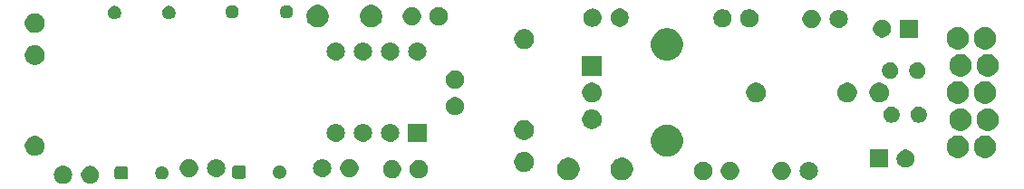
<source format=gts>
G04 #@! TF.GenerationSoftware,KiCad,Pcbnew,5.1.4-e60b266~84~ubuntu18.04.1*
G04 #@! TF.CreationDate,2019-10-14T20:54:47+01:00*
G04 #@! TF.ProjectId,vcsk,7663736b-2e6b-4696-9361-645f70636258,rev?*
G04 #@! TF.SameCoordinates,Original*
G04 #@! TF.FileFunction,Soldermask,Top*
G04 #@! TF.FilePolarity,Negative*
%FSLAX46Y46*%
G04 Gerber Fmt 4.6, Leading zero omitted, Abs format (unit mm)*
G04 Created by KiCad (PCBNEW 5.1.4-e60b266~84~ubuntu18.04.1) date 2019-10-14 20:54:47*
%MOMM*%
%LPD*%
G04 APERTURE LIST*
%ADD10C,0.100000*%
G04 APERTURE END LIST*
D10*
G36*
X110898228Y-111579703D02*
G01*
X111053100Y-111643853D01*
X111192481Y-111736985D01*
X111311015Y-111855519D01*
X111404147Y-111994900D01*
X111468297Y-112149772D01*
X111501000Y-112314184D01*
X111501000Y-112481816D01*
X111468297Y-112646228D01*
X111404147Y-112801100D01*
X111311015Y-112940481D01*
X111192481Y-113059015D01*
X111053100Y-113152147D01*
X110898228Y-113216297D01*
X110733816Y-113249000D01*
X110566184Y-113249000D01*
X110401772Y-113216297D01*
X110246900Y-113152147D01*
X110107519Y-113059015D01*
X109988985Y-112940481D01*
X109895853Y-112801100D01*
X109831703Y-112646228D01*
X109799000Y-112481816D01*
X109799000Y-112314184D01*
X109831703Y-112149772D01*
X109895853Y-111994900D01*
X109988985Y-111855519D01*
X110107519Y-111736985D01*
X110246900Y-111643853D01*
X110401772Y-111579703D01*
X110566184Y-111547000D01*
X110733816Y-111547000D01*
X110898228Y-111579703D01*
X110898228Y-111579703D01*
G37*
G36*
X108276823Y-111559313D02*
G01*
X108396536Y-111595628D01*
X108411134Y-111600056D01*
X108437242Y-111607976D01*
X108548933Y-111667676D01*
X108585078Y-111686996D01*
X108714659Y-111793341D01*
X108821004Y-111922922D01*
X108821005Y-111922924D01*
X108900024Y-112070758D01*
X108948687Y-112231177D01*
X108965117Y-112398000D01*
X108948687Y-112564823D01*
X108900024Y-112725242D01*
X108857834Y-112804174D01*
X108821004Y-112873078D01*
X108714659Y-113002659D01*
X108585078Y-113109004D01*
X108585076Y-113109005D01*
X108437242Y-113188024D01*
X108276823Y-113236687D01*
X108151804Y-113249000D01*
X108068196Y-113249000D01*
X107943177Y-113236687D01*
X107782758Y-113188024D01*
X107634924Y-113109005D01*
X107634922Y-113109004D01*
X107505341Y-113002659D01*
X107398996Y-112873078D01*
X107362166Y-112804174D01*
X107319976Y-112725242D01*
X107271313Y-112564823D01*
X107254883Y-112398000D01*
X107271313Y-112231177D01*
X107319976Y-112070758D01*
X107398995Y-111922924D01*
X107398996Y-111922922D01*
X107505341Y-111793341D01*
X107634922Y-111686996D01*
X107671067Y-111667676D01*
X107782758Y-111607976D01*
X107808867Y-111600056D01*
X107823464Y-111595628D01*
X107943177Y-111559313D01*
X108068196Y-111547000D01*
X108151804Y-111547000D01*
X108276823Y-111559313D01*
X108276823Y-111559313D01*
G37*
G36*
X155646564Y-110835389D02*
G01*
X155824277Y-110909000D01*
X155837835Y-110914616D01*
X156009973Y-111029635D01*
X156156365Y-111176027D01*
X156229128Y-111284924D01*
X156271385Y-111348167D01*
X156350611Y-111539436D01*
X156391000Y-111742484D01*
X156391000Y-111949516D01*
X156350611Y-112152564D01*
X156272459Y-112341239D01*
X156271384Y-112343835D01*
X156156365Y-112515973D01*
X156009973Y-112662365D01*
X155837835Y-112777384D01*
X155837834Y-112777385D01*
X155837833Y-112777385D01*
X155646564Y-112856611D01*
X155443516Y-112897000D01*
X155236484Y-112897000D01*
X155033436Y-112856611D01*
X154842167Y-112777385D01*
X154842166Y-112777385D01*
X154842165Y-112777384D01*
X154670027Y-112662365D01*
X154523635Y-112515973D01*
X154408616Y-112343835D01*
X154407541Y-112341239D01*
X154329389Y-112152564D01*
X154289000Y-111949516D01*
X154289000Y-111742484D01*
X154329389Y-111539436D01*
X154408615Y-111348167D01*
X154450873Y-111284924D01*
X154523635Y-111176027D01*
X154670027Y-111029635D01*
X154842165Y-110914616D01*
X154855723Y-110909000D01*
X155033436Y-110835389D01*
X155236484Y-110795000D01*
X155443516Y-110795000D01*
X155646564Y-110835389D01*
X155646564Y-110835389D01*
G37*
G36*
X160646564Y-110835389D02*
G01*
X160824277Y-110909000D01*
X160837835Y-110914616D01*
X161009973Y-111029635D01*
X161156365Y-111176027D01*
X161229128Y-111284924D01*
X161271385Y-111348167D01*
X161350611Y-111539436D01*
X161391000Y-111742484D01*
X161391000Y-111949516D01*
X161350611Y-112152564D01*
X161272459Y-112341239D01*
X161271384Y-112343835D01*
X161156365Y-112515973D01*
X161009973Y-112662365D01*
X160837835Y-112777384D01*
X160837834Y-112777385D01*
X160837833Y-112777385D01*
X160646564Y-112856611D01*
X160443516Y-112897000D01*
X160236484Y-112897000D01*
X160033436Y-112856611D01*
X159842167Y-112777385D01*
X159842166Y-112777385D01*
X159842165Y-112777384D01*
X159670027Y-112662365D01*
X159523635Y-112515973D01*
X159408616Y-112343835D01*
X159407541Y-112341239D01*
X159329389Y-112152564D01*
X159289000Y-111949516D01*
X159289000Y-111742484D01*
X159329389Y-111539436D01*
X159408615Y-111348167D01*
X159450873Y-111284924D01*
X159523635Y-111176027D01*
X159670027Y-111029635D01*
X159842165Y-110914616D01*
X159855723Y-110909000D01*
X160033436Y-110835389D01*
X160236484Y-110795000D01*
X160443516Y-110795000D01*
X160646564Y-110835389D01*
X160646564Y-110835389D01*
G37*
G36*
X177966823Y-111175313D02*
G01*
X178127242Y-111223976D01*
X178259906Y-111294886D01*
X178275078Y-111302996D01*
X178404659Y-111409341D01*
X178511004Y-111538922D01*
X178515322Y-111547000D01*
X178590024Y-111686758D01*
X178638687Y-111847177D01*
X178655117Y-112014000D01*
X178638687Y-112180823D01*
X178590024Y-112341242D01*
X178549477Y-112417100D01*
X178511004Y-112489078D01*
X178404659Y-112618659D01*
X178275078Y-112725004D01*
X178275076Y-112725005D01*
X178127242Y-112804024D01*
X177966823Y-112852687D01*
X177841804Y-112865000D01*
X177758196Y-112865000D01*
X177633177Y-112852687D01*
X177472758Y-112804024D01*
X177324924Y-112725005D01*
X177324922Y-112725004D01*
X177195341Y-112618659D01*
X177088996Y-112489078D01*
X177050523Y-112417100D01*
X177009976Y-112341242D01*
X176961313Y-112180823D01*
X176944883Y-112014000D01*
X176961313Y-111847177D01*
X177009976Y-111686758D01*
X177084678Y-111547000D01*
X177088996Y-111538922D01*
X177195341Y-111409341D01*
X177324922Y-111302996D01*
X177340094Y-111294886D01*
X177472758Y-111223976D01*
X177633177Y-111175313D01*
X177758196Y-111163000D01*
X177841804Y-111163000D01*
X177966823Y-111175313D01*
X177966823Y-111175313D01*
G37*
G36*
X175508228Y-111195703D02*
G01*
X175663100Y-111259853D01*
X175802481Y-111352985D01*
X175921015Y-111471519D01*
X176014147Y-111610900D01*
X176078297Y-111765772D01*
X176111000Y-111930184D01*
X176111000Y-112097816D01*
X176078297Y-112262228D01*
X176014147Y-112417100D01*
X175921015Y-112556481D01*
X175802481Y-112675015D01*
X175663100Y-112768147D01*
X175508228Y-112832297D01*
X175343816Y-112865000D01*
X175176184Y-112865000D01*
X175011772Y-112832297D01*
X174856900Y-112768147D01*
X174717519Y-112675015D01*
X174598985Y-112556481D01*
X174505853Y-112417100D01*
X174441703Y-112262228D01*
X174409000Y-112097816D01*
X174409000Y-111930184D01*
X174441703Y-111765772D01*
X174505853Y-111610900D01*
X174598985Y-111471519D01*
X174717519Y-111352985D01*
X174856900Y-111259853D01*
X175011772Y-111195703D01*
X175176184Y-111163000D01*
X175343816Y-111163000D01*
X175508228Y-111195703D01*
X175508228Y-111195703D01*
G37*
G36*
X170682228Y-111195703D02*
G01*
X170837100Y-111259853D01*
X170976481Y-111352985D01*
X171095015Y-111471519D01*
X171188147Y-111610900D01*
X171252297Y-111765772D01*
X171285000Y-111930184D01*
X171285000Y-112097816D01*
X171252297Y-112262228D01*
X171188147Y-112417100D01*
X171095015Y-112556481D01*
X170976481Y-112675015D01*
X170837100Y-112768147D01*
X170682228Y-112832297D01*
X170517816Y-112865000D01*
X170350184Y-112865000D01*
X170185772Y-112832297D01*
X170030900Y-112768147D01*
X169891519Y-112675015D01*
X169772985Y-112556481D01*
X169679853Y-112417100D01*
X169615703Y-112262228D01*
X169583000Y-112097816D01*
X169583000Y-111930184D01*
X169615703Y-111765772D01*
X169679853Y-111610900D01*
X169772985Y-111471519D01*
X169891519Y-111352985D01*
X170030900Y-111259853D01*
X170185772Y-111195703D01*
X170350184Y-111163000D01*
X170517816Y-111163000D01*
X170682228Y-111195703D01*
X170682228Y-111195703D01*
G37*
G36*
X168182228Y-111195703D02*
G01*
X168337100Y-111259853D01*
X168476481Y-111352985D01*
X168595015Y-111471519D01*
X168688147Y-111610900D01*
X168752297Y-111765772D01*
X168785000Y-111930184D01*
X168785000Y-112097816D01*
X168752297Y-112262228D01*
X168688147Y-112417100D01*
X168595015Y-112556481D01*
X168476481Y-112675015D01*
X168337100Y-112768147D01*
X168182228Y-112832297D01*
X168017816Y-112865000D01*
X167850184Y-112865000D01*
X167685772Y-112832297D01*
X167530900Y-112768147D01*
X167391519Y-112675015D01*
X167272985Y-112556481D01*
X167179853Y-112417100D01*
X167115703Y-112262228D01*
X167083000Y-112097816D01*
X167083000Y-111930184D01*
X167115703Y-111765772D01*
X167179853Y-111610900D01*
X167272985Y-111471519D01*
X167391519Y-111352985D01*
X167530900Y-111259853D01*
X167685772Y-111195703D01*
X167850184Y-111163000D01*
X168017816Y-111163000D01*
X168182228Y-111195703D01*
X168182228Y-111195703D01*
G37*
G36*
X113987250Y-111581406D02*
G01*
X114034133Y-111595628D01*
X114077333Y-111618719D01*
X114115203Y-111649797D01*
X114146281Y-111687667D01*
X114169372Y-111730867D01*
X114183594Y-111777750D01*
X114189000Y-111832640D01*
X114189000Y-112571360D01*
X114183594Y-112626250D01*
X114169372Y-112673133D01*
X114146281Y-112716333D01*
X114115203Y-112754203D01*
X114077333Y-112785281D01*
X114034133Y-112808372D01*
X113987250Y-112822594D01*
X113932360Y-112828000D01*
X113193640Y-112828000D01*
X113138750Y-112822594D01*
X113091867Y-112808372D01*
X113048667Y-112785281D01*
X113010797Y-112754203D01*
X112979719Y-112716333D01*
X112956628Y-112673133D01*
X112942406Y-112626250D01*
X112937000Y-112571360D01*
X112937000Y-111832640D01*
X112942406Y-111777750D01*
X112956628Y-111730867D01*
X112979719Y-111687667D01*
X113010797Y-111649797D01*
X113048667Y-111618719D01*
X113091867Y-111595628D01*
X113138750Y-111581406D01*
X113193640Y-111576000D01*
X113932360Y-111576000D01*
X113987250Y-111581406D01*
X113987250Y-111581406D01*
G37*
G36*
X117545597Y-111600056D02*
G01*
X117659521Y-111647245D01*
X117710438Y-111681267D01*
X117762052Y-111715754D01*
X117849246Y-111802948D01*
X117849247Y-111802950D01*
X117917755Y-111905479D01*
X117964944Y-112019403D01*
X117989000Y-112140343D01*
X117989000Y-112263657D01*
X117964944Y-112384597D01*
X117917755Y-112498521D01*
X117907314Y-112514147D01*
X117849246Y-112601052D01*
X117762052Y-112688246D01*
X117758985Y-112690295D01*
X117659521Y-112756755D01*
X117545597Y-112803944D01*
X117424657Y-112828000D01*
X117301343Y-112828000D01*
X117180403Y-112803944D01*
X117066479Y-112756755D01*
X116967015Y-112690295D01*
X116963948Y-112688246D01*
X116876754Y-112601052D01*
X116818686Y-112514147D01*
X116808245Y-112498521D01*
X116761056Y-112384597D01*
X116737000Y-112263657D01*
X116737000Y-112140343D01*
X116761056Y-112019403D01*
X116808245Y-111905479D01*
X116876753Y-111802950D01*
X116876754Y-111802948D01*
X116963948Y-111715754D01*
X117015562Y-111681267D01*
X117066479Y-111647245D01*
X117180403Y-111600056D01*
X117301343Y-111576000D01*
X117424657Y-111576000D01*
X117545597Y-111600056D01*
X117545597Y-111600056D01*
G37*
G36*
X128533597Y-111524056D02*
G01*
X128647521Y-111571245D01*
X128690641Y-111600057D01*
X128750052Y-111639754D01*
X128837246Y-111726948D01*
X128863187Y-111765772D01*
X128905755Y-111829479D01*
X128952944Y-111943403D01*
X128977000Y-112064343D01*
X128977000Y-112187657D01*
X128952944Y-112308597D01*
X128905755Y-112422521D01*
X128905754Y-112422522D01*
X128837246Y-112525052D01*
X128750052Y-112612246D01*
X128729246Y-112626148D01*
X128647521Y-112680755D01*
X128533597Y-112727944D01*
X128412657Y-112752000D01*
X128289343Y-112752000D01*
X128168403Y-112727944D01*
X128054479Y-112680755D01*
X127972754Y-112626148D01*
X127951948Y-112612246D01*
X127864754Y-112525052D01*
X127796246Y-112422522D01*
X127796245Y-112422521D01*
X127749056Y-112308597D01*
X127725000Y-112187657D01*
X127725000Y-112064343D01*
X127749056Y-111943403D01*
X127796245Y-111829479D01*
X127838813Y-111765772D01*
X127864754Y-111726948D01*
X127951948Y-111639754D01*
X128011359Y-111600057D01*
X128054479Y-111571245D01*
X128168403Y-111524056D01*
X128289343Y-111500000D01*
X128412657Y-111500000D01*
X128533597Y-111524056D01*
X128533597Y-111524056D01*
G37*
G36*
X124975250Y-111505406D02*
G01*
X125022133Y-111519628D01*
X125065333Y-111542719D01*
X125103203Y-111573797D01*
X125134281Y-111611667D01*
X125157372Y-111654867D01*
X125171594Y-111701750D01*
X125177000Y-111756640D01*
X125177000Y-112495360D01*
X125171594Y-112550250D01*
X125157372Y-112597133D01*
X125134281Y-112640333D01*
X125103203Y-112678203D01*
X125065333Y-112709281D01*
X125022133Y-112732372D01*
X124975250Y-112746594D01*
X124920360Y-112752000D01*
X124181640Y-112752000D01*
X124126750Y-112746594D01*
X124079867Y-112732372D01*
X124036667Y-112709281D01*
X123998797Y-112678203D01*
X123967719Y-112640333D01*
X123944628Y-112597133D01*
X123930406Y-112550250D01*
X123925000Y-112495360D01*
X123925000Y-111756640D01*
X123930406Y-111701750D01*
X123944628Y-111654867D01*
X123967719Y-111611667D01*
X123998797Y-111573797D01*
X124036667Y-111542719D01*
X124079867Y-111519628D01*
X124126750Y-111505406D01*
X124181640Y-111500000D01*
X124920360Y-111500000D01*
X124975250Y-111505406D01*
X124975250Y-111505406D01*
G37*
G36*
X141604228Y-111053703D02*
G01*
X141759100Y-111117853D01*
X141898481Y-111210985D01*
X142017015Y-111329519D01*
X142110147Y-111468900D01*
X142174297Y-111623772D01*
X142207000Y-111788184D01*
X142207000Y-111955816D01*
X142174297Y-112120228D01*
X142110147Y-112275100D01*
X142017015Y-112414481D01*
X141898481Y-112533015D01*
X141759100Y-112626147D01*
X141604228Y-112690297D01*
X141439816Y-112723000D01*
X141272184Y-112723000D01*
X141107772Y-112690297D01*
X140952900Y-112626147D01*
X140813519Y-112533015D01*
X140694985Y-112414481D01*
X140601853Y-112275100D01*
X140537703Y-112120228D01*
X140505000Y-111955816D01*
X140505000Y-111788184D01*
X140537703Y-111623772D01*
X140601853Y-111468900D01*
X140694985Y-111329519D01*
X140813519Y-111210985D01*
X140952900Y-111117853D01*
X141107772Y-111053703D01*
X141272184Y-111021000D01*
X141439816Y-111021000D01*
X141604228Y-111053703D01*
X141604228Y-111053703D01*
G37*
G36*
X139104228Y-111053703D02*
G01*
X139259100Y-111117853D01*
X139398481Y-111210985D01*
X139517015Y-111329519D01*
X139610147Y-111468900D01*
X139674297Y-111623772D01*
X139707000Y-111788184D01*
X139707000Y-111955816D01*
X139674297Y-112120228D01*
X139610147Y-112275100D01*
X139517015Y-112414481D01*
X139398481Y-112533015D01*
X139259100Y-112626147D01*
X139104228Y-112690297D01*
X138939816Y-112723000D01*
X138772184Y-112723000D01*
X138607772Y-112690297D01*
X138452900Y-112626147D01*
X138313519Y-112533015D01*
X138194985Y-112414481D01*
X138101853Y-112275100D01*
X138037703Y-112120228D01*
X138005000Y-111955816D01*
X138005000Y-111788184D01*
X138037703Y-111623772D01*
X138101853Y-111468900D01*
X138194985Y-111329519D01*
X138313519Y-111210985D01*
X138452900Y-111117853D01*
X138607772Y-111053703D01*
X138772184Y-111021000D01*
X138939816Y-111021000D01*
X139104228Y-111053703D01*
X139104228Y-111053703D01*
G37*
G36*
X135122228Y-110941703D02*
G01*
X135277100Y-111005853D01*
X135416481Y-111098985D01*
X135535015Y-111217519D01*
X135628147Y-111356900D01*
X135692297Y-111511772D01*
X135725000Y-111676184D01*
X135725000Y-111843816D01*
X135692297Y-112008228D01*
X135628147Y-112163100D01*
X135535015Y-112302481D01*
X135416481Y-112421015D01*
X135277100Y-112514147D01*
X135122228Y-112578297D01*
X134957816Y-112611000D01*
X134790184Y-112611000D01*
X134625772Y-112578297D01*
X134470900Y-112514147D01*
X134331519Y-112421015D01*
X134212985Y-112302481D01*
X134119853Y-112163100D01*
X134055703Y-112008228D01*
X134023000Y-111843816D01*
X134023000Y-111676184D01*
X134055703Y-111511772D01*
X134119853Y-111356900D01*
X134212985Y-111217519D01*
X134331519Y-111098985D01*
X134470900Y-111005853D01*
X134625772Y-110941703D01*
X134790184Y-110909000D01*
X134957816Y-110909000D01*
X135122228Y-110941703D01*
X135122228Y-110941703D01*
G37*
G36*
X120136228Y-110941703D02*
G01*
X120291100Y-111005853D01*
X120430481Y-111098985D01*
X120549015Y-111217519D01*
X120642147Y-111356900D01*
X120706297Y-111511772D01*
X120739000Y-111676184D01*
X120739000Y-111843816D01*
X120706297Y-112008228D01*
X120642147Y-112163100D01*
X120549015Y-112302481D01*
X120430481Y-112421015D01*
X120291100Y-112514147D01*
X120136228Y-112578297D01*
X119971816Y-112611000D01*
X119804184Y-112611000D01*
X119639772Y-112578297D01*
X119484900Y-112514147D01*
X119345519Y-112421015D01*
X119226985Y-112302481D01*
X119133853Y-112163100D01*
X119069703Y-112008228D01*
X119037000Y-111843816D01*
X119037000Y-111676184D01*
X119069703Y-111511772D01*
X119133853Y-111356900D01*
X119226985Y-111217519D01*
X119345519Y-111098985D01*
X119484900Y-111005853D01*
X119639772Y-110941703D01*
X119804184Y-110909000D01*
X119971816Y-110909000D01*
X120136228Y-110941703D01*
X120136228Y-110941703D01*
G37*
G36*
X122594823Y-110921313D02*
G01*
X122755242Y-110969976D01*
X122822361Y-111005852D01*
X122903078Y-111048996D01*
X123032659Y-111155341D01*
X123139004Y-111284922D01*
X123139005Y-111284924D01*
X123218024Y-111432758D01*
X123266687Y-111593177D01*
X123283117Y-111760000D01*
X123266687Y-111926823D01*
X123218024Y-112087242D01*
X123164351Y-112187657D01*
X123139004Y-112235078D01*
X123032659Y-112364659D01*
X122903078Y-112471004D01*
X122903076Y-112471005D01*
X122755242Y-112550024D01*
X122594823Y-112598687D01*
X122469804Y-112611000D01*
X122386196Y-112611000D01*
X122261177Y-112598687D01*
X122100758Y-112550024D01*
X121952924Y-112471005D01*
X121952922Y-112471004D01*
X121823341Y-112364659D01*
X121716996Y-112235078D01*
X121691649Y-112187657D01*
X121637976Y-112087242D01*
X121589313Y-111926823D01*
X121572883Y-111760000D01*
X121589313Y-111593177D01*
X121637976Y-111432758D01*
X121716995Y-111284924D01*
X121716996Y-111284922D01*
X121823341Y-111155341D01*
X121952922Y-111048996D01*
X122033639Y-111005852D01*
X122100758Y-110969976D01*
X122261177Y-110921313D01*
X122386196Y-110909000D01*
X122469804Y-110909000D01*
X122594823Y-110921313D01*
X122594823Y-110921313D01*
G37*
G36*
X132500823Y-110921313D02*
G01*
X132661242Y-110969976D01*
X132728361Y-111005852D01*
X132809078Y-111048996D01*
X132938659Y-111155341D01*
X133045004Y-111284922D01*
X133045005Y-111284924D01*
X133124024Y-111432758D01*
X133172687Y-111593177D01*
X133189117Y-111760000D01*
X133172687Y-111926823D01*
X133124024Y-112087242D01*
X133070351Y-112187657D01*
X133045004Y-112235078D01*
X132938659Y-112364659D01*
X132809078Y-112471004D01*
X132809076Y-112471005D01*
X132661242Y-112550024D01*
X132500823Y-112598687D01*
X132375804Y-112611000D01*
X132292196Y-112611000D01*
X132167177Y-112598687D01*
X132006758Y-112550024D01*
X131858924Y-112471005D01*
X131858922Y-112471004D01*
X131729341Y-112364659D01*
X131622996Y-112235078D01*
X131597649Y-112187657D01*
X131543976Y-112087242D01*
X131495313Y-111926823D01*
X131478883Y-111760000D01*
X131495313Y-111593177D01*
X131543976Y-111432758D01*
X131622995Y-111284924D01*
X131622996Y-111284922D01*
X131729341Y-111155341D01*
X131858922Y-111048996D01*
X131939639Y-111005852D01*
X132006758Y-110969976D01*
X132167177Y-110921313D01*
X132292196Y-110909000D01*
X132375804Y-110909000D01*
X132500823Y-110921313D01*
X132500823Y-110921313D01*
G37*
G36*
X151476279Y-110290009D02*
G01*
X151546127Y-110318941D01*
X151644908Y-110359857D01*
X151644909Y-110359858D01*
X151796673Y-110461263D01*
X151925737Y-110590327D01*
X151976784Y-110666725D01*
X152027143Y-110742092D01*
X152035546Y-110762380D01*
X152096991Y-110910721D01*
X152132600Y-111089738D01*
X152132600Y-111272262D01*
X152102720Y-111422480D01*
X152096991Y-111451278D01*
X152027143Y-111619908D01*
X151989540Y-111676185D01*
X151925737Y-111771673D01*
X151796673Y-111900737D01*
X151723673Y-111949514D01*
X151644908Y-112002143D01*
X151546127Y-112043059D01*
X151476279Y-112071991D01*
X151297262Y-112107600D01*
X151114738Y-112107600D01*
X150935721Y-112071991D01*
X150865873Y-112043059D01*
X150767092Y-112002143D01*
X150688327Y-111949514D01*
X150615327Y-111900737D01*
X150486263Y-111771673D01*
X150422460Y-111676185D01*
X150384857Y-111619908D01*
X150315009Y-111451278D01*
X150309281Y-111422480D01*
X150279400Y-111272262D01*
X150279400Y-111089738D01*
X150315009Y-110910721D01*
X150376454Y-110762380D01*
X150384857Y-110742092D01*
X150435216Y-110666725D01*
X150486263Y-110590327D01*
X150615327Y-110461263D01*
X150767091Y-110359858D01*
X150767092Y-110359857D01*
X150865873Y-110318941D01*
X150935721Y-110290009D01*
X151114738Y-110254400D01*
X151297262Y-110254400D01*
X151476279Y-110290009D01*
X151476279Y-110290009D01*
G37*
G36*
X185191000Y-111731000D02*
G01*
X183489000Y-111731000D01*
X183489000Y-110029000D01*
X185191000Y-110029000D01*
X185191000Y-111731000D01*
X185191000Y-111731000D01*
G37*
G36*
X187088228Y-110061703D02*
G01*
X187243100Y-110125853D01*
X187382481Y-110218985D01*
X187501015Y-110337519D01*
X187594147Y-110476900D01*
X187658297Y-110631772D01*
X187691000Y-110796184D01*
X187691000Y-110963816D01*
X187658297Y-111128228D01*
X187594147Y-111283100D01*
X187501015Y-111422481D01*
X187382481Y-111541015D01*
X187243100Y-111634147D01*
X187088228Y-111698297D01*
X186923816Y-111731000D01*
X186756184Y-111731000D01*
X186591772Y-111698297D01*
X186436900Y-111634147D01*
X186297519Y-111541015D01*
X186178985Y-111422481D01*
X186085853Y-111283100D01*
X186021703Y-111128228D01*
X185989000Y-110963816D01*
X185989000Y-110796184D01*
X186021703Y-110631772D01*
X186085853Y-110476900D01*
X186178985Y-110337519D01*
X186297519Y-110218985D01*
X186436900Y-110125853D01*
X186591772Y-110061703D01*
X186756184Y-110029000D01*
X186923816Y-110029000D01*
X187088228Y-110061703D01*
X187088228Y-110061703D01*
G37*
G36*
X191943609Y-108743875D02*
G01*
X192022765Y-108759620D01*
X192212288Y-108838123D01*
X192382854Y-108952092D01*
X192527908Y-109097146D01*
X192641877Y-109267712D01*
X192641878Y-109267714D01*
X192653879Y-109296687D01*
X192720380Y-109457235D01*
X192760400Y-109658431D01*
X192760400Y-109863569D01*
X192720380Y-110064765D01*
X192641877Y-110254288D01*
X192527908Y-110424854D01*
X192382854Y-110569908D01*
X192212288Y-110683877D01*
X192212287Y-110683878D01*
X192212286Y-110683878D01*
X192022765Y-110762380D01*
X191821570Y-110802400D01*
X191616430Y-110802400D01*
X191415235Y-110762380D01*
X191225714Y-110683878D01*
X191225713Y-110683878D01*
X191225712Y-110683877D01*
X191055146Y-110569908D01*
X190910092Y-110424854D01*
X190796123Y-110254288D01*
X190717620Y-110064765D01*
X190677600Y-109863569D01*
X190677600Y-109658431D01*
X190717620Y-109457235D01*
X190784121Y-109296687D01*
X190796122Y-109267714D01*
X190796123Y-109267712D01*
X190910092Y-109097146D01*
X191055146Y-108952092D01*
X191225712Y-108838123D01*
X191415235Y-108759620D01*
X191494391Y-108743875D01*
X191616430Y-108719600D01*
X191821570Y-108719600D01*
X191943609Y-108743875D01*
X191943609Y-108743875D01*
G37*
G36*
X194483609Y-108743875D02*
G01*
X194562765Y-108759620D01*
X194752288Y-108838123D01*
X194922854Y-108952092D01*
X195067908Y-109097146D01*
X195181877Y-109267712D01*
X195181878Y-109267714D01*
X195193879Y-109296687D01*
X195260380Y-109457235D01*
X195300400Y-109658431D01*
X195300400Y-109863569D01*
X195260380Y-110064765D01*
X195181877Y-110254288D01*
X195067908Y-110424854D01*
X194922854Y-110569908D01*
X194752288Y-110683877D01*
X194752287Y-110683878D01*
X194752286Y-110683878D01*
X194562765Y-110762380D01*
X194361570Y-110802400D01*
X194156430Y-110802400D01*
X193955235Y-110762380D01*
X193765714Y-110683878D01*
X193765713Y-110683878D01*
X193765712Y-110683877D01*
X193595146Y-110569908D01*
X193450092Y-110424854D01*
X193336123Y-110254288D01*
X193257620Y-110064765D01*
X193217600Y-109863569D01*
X193217600Y-109658431D01*
X193257620Y-109457235D01*
X193324121Y-109296687D01*
X193336122Y-109267714D01*
X193336123Y-109267712D01*
X193450092Y-109097146D01*
X193595146Y-108952092D01*
X193765712Y-108838123D01*
X193955235Y-108759620D01*
X194034391Y-108743875D01*
X194156430Y-108719600D01*
X194361570Y-108719600D01*
X194483609Y-108743875D01*
X194483609Y-108743875D01*
G37*
G36*
X164848902Y-107714286D02*
G01*
X164978125Y-107739990D01*
X165054609Y-107771671D01*
X165250852Y-107852957D01*
X165298586Y-107884852D01*
X165496302Y-108016961D01*
X165705039Y-108225698D01*
X165748789Y-108291175D01*
X165869043Y-108471148D01*
X165930661Y-108619908D01*
X165982010Y-108743875D01*
X166000757Y-108838122D01*
X166033383Y-109002143D01*
X166039600Y-109033401D01*
X166039600Y-109328599D01*
X165982010Y-109618125D01*
X165935217Y-109731092D01*
X165869043Y-109890852D01*
X165828667Y-109951279D01*
X165705039Y-110136302D01*
X165496302Y-110345039D01*
X165412942Y-110400738D01*
X165250852Y-110509043D01*
X165103910Y-110569908D01*
X164978125Y-110622010D01*
X164881616Y-110641207D01*
X164688601Y-110679600D01*
X164393399Y-110679600D01*
X164200384Y-110641207D01*
X164103875Y-110622010D01*
X163978090Y-110569908D01*
X163831148Y-110509043D01*
X163669058Y-110400738D01*
X163585698Y-110345039D01*
X163376961Y-110136302D01*
X163253333Y-109951279D01*
X163212957Y-109890852D01*
X163146783Y-109731092D01*
X163099990Y-109618125D01*
X163042400Y-109328599D01*
X163042400Y-109033401D01*
X163048618Y-109002143D01*
X163081243Y-108838122D01*
X163099990Y-108743875D01*
X163151339Y-108619908D01*
X163212957Y-108471148D01*
X163333211Y-108291175D01*
X163376961Y-108225698D01*
X163585698Y-108016961D01*
X163783414Y-107884852D01*
X163831148Y-107852957D01*
X164027391Y-107771671D01*
X164103875Y-107739990D01*
X164233098Y-107714286D01*
X164393399Y-107682400D01*
X164688601Y-107682400D01*
X164848902Y-107714286D01*
X164848902Y-107714286D01*
G37*
G36*
X105756279Y-108790009D02*
G01*
X105826127Y-108818941D01*
X105924908Y-108859857D01*
X105924909Y-108859858D01*
X106076673Y-108961263D01*
X106205737Y-109090327D01*
X106217278Y-109107600D01*
X106307143Y-109242092D01*
X106334857Y-109309000D01*
X106376991Y-109410721D01*
X106412600Y-109589738D01*
X106412600Y-109772262D01*
X106389011Y-109890853D01*
X106376991Y-109951278D01*
X106307143Y-110119908D01*
X106296189Y-110136302D01*
X106205737Y-110271673D01*
X106076673Y-110400737D01*
X106040582Y-110424852D01*
X105924908Y-110502143D01*
X105826127Y-110543059D01*
X105756279Y-110571991D01*
X105577262Y-110607600D01*
X105394738Y-110607600D01*
X105215721Y-110571991D01*
X105145873Y-110543059D01*
X105047092Y-110502143D01*
X104931418Y-110424852D01*
X104895327Y-110400737D01*
X104766263Y-110271673D01*
X104675811Y-110136302D01*
X104664857Y-110119908D01*
X104595009Y-109951278D01*
X104582990Y-109890853D01*
X104559400Y-109772262D01*
X104559400Y-109589738D01*
X104595009Y-109410721D01*
X104637143Y-109309000D01*
X104664857Y-109242092D01*
X104754722Y-109107600D01*
X104766263Y-109090327D01*
X104895327Y-108961263D01*
X105047091Y-108859858D01*
X105047092Y-108859857D01*
X105145873Y-108818941D01*
X105215721Y-108790009D01*
X105394738Y-108754400D01*
X105577262Y-108754400D01*
X105756279Y-108790009D01*
X105756279Y-108790009D01*
G37*
G36*
X133770823Y-107619313D02*
G01*
X133931242Y-107667976D01*
X134063906Y-107738886D01*
X134079078Y-107746996D01*
X134208659Y-107853341D01*
X134315004Y-107982922D01*
X134315005Y-107982924D01*
X134394024Y-108130758D01*
X134442687Y-108291177D01*
X134459117Y-108458000D01*
X134442687Y-108624823D01*
X134394024Y-108785242D01*
X134332290Y-108900738D01*
X134315004Y-108933078D01*
X134208659Y-109062659D01*
X134079078Y-109169004D01*
X134079076Y-109169005D01*
X133931242Y-109248024D01*
X133770823Y-109296687D01*
X133645804Y-109309000D01*
X133562196Y-109309000D01*
X133437177Y-109296687D01*
X133276758Y-109248024D01*
X133128924Y-109169005D01*
X133128922Y-109169004D01*
X132999341Y-109062659D01*
X132892996Y-108933078D01*
X132875710Y-108900738D01*
X132813976Y-108785242D01*
X132765313Y-108624823D01*
X132748883Y-108458000D01*
X132765313Y-108291177D01*
X132813976Y-108130758D01*
X132892995Y-107982924D01*
X132892996Y-107982922D01*
X132999341Y-107853341D01*
X133128922Y-107746996D01*
X133144094Y-107738886D01*
X133276758Y-107667976D01*
X133437177Y-107619313D01*
X133562196Y-107607000D01*
X133645804Y-107607000D01*
X133770823Y-107619313D01*
X133770823Y-107619313D01*
G37*
G36*
X136310823Y-107619313D02*
G01*
X136471242Y-107667976D01*
X136603906Y-107738886D01*
X136619078Y-107746996D01*
X136748659Y-107853341D01*
X136855004Y-107982922D01*
X136855005Y-107982924D01*
X136934024Y-108130758D01*
X136982687Y-108291177D01*
X136999117Y-108458000D01*
X136982687Y-108624823D01*
X136934024Y-108785242D01*
X136872290Y-108900738D01*
X136855004Y-108933078D01*
X136748659Y-109062659D01*
X136619078Y-109169004D01*
X136619076Y-109169005D01*
X136471242Y-109248024D01*
X136310823Y-109296687D01*
X136185804Y-109309000D01*
X136102196Y-109309000D01*
X135977177Y-109296687D01*
X135816758Y-109248024D01*
X135668924Y-109169005D01*
X135668922Y-109169004D01*
X135539341Y-109062659D01*
X135432996Y-108933078D01*
X135415710Y-108900738D01*
X135353976Y-108785242D01*
X135305313Y-108624823D01*
X135288883Y-108458000D01*
X135305313Y-108291177D01*
X135353976Y-108130758D01*
X135432995Y-107982924D01*
X135432996Y-107982922D01*
X135539341Y-107853341D01*
X135668922Y-107746996D01*
X135684094Y-107738886D01*
X135816758Y-107667976D01*
X135977177Y-107619313D01*
X136102196Y-107607000D01*
X136185804Y-107607000D01*
X136310823Y-107619313D01*
X136310823Y-107619313D01*
G37*
G36*
X138850823Y-107619313D02*
G01*
X139011242Y-107667976D01*
X139143906Y-107738886D01*
X139159078Y-107746996D01*
X139288659Y-107853341D01*
X139395004Y-107982922D01*
X139395005Y-107982924D01*
X139474024Y-108130758D01*
X139522687Y-108291177D01*
X139539117Y-108458000D01*
X139522687Y-108624823D01*
X139474024Y-108785242D01*
X139412290Y-108900738D01*
X139395004Y-108933078D01*
X139288659Y-109062659D01*
X139159078Y-109169004D01*
X139159076Y-109169005D01*
X139011242Y-109248024D01*
X138850823Y-109296687D01*
X138725804Y-109309000D01*
X138642196Y-109309000D01*
X138517177Y-109296687D01*
X138356758Y-109248024D01*
X138208924Y-109169005D01*
X138208922Y-109169004D01*
X138079341Y-109062659D01*
X137972996Y-108933078D01*
X137955710Y-108900738D01*
X137893976Y-108785242D01*
X137845313Y-108624823D01*
X137828883Y-108458000D01*
X137845313Y-108291177D01*
X137893976Y-108130758D01*
X137972995Y-107982924D01*
X137972996Y-107982922D01*
X138079341Y-107853341D01*
X138208922Y-107746996D01*
X138224094Y-107738886D01*
X138356758Y-107667976D01*
X138517177Y-107619313D01*
X138642196Y-107607000D01*
X138725804Y-107607000D01*
X138850823Y-107619313D01*
X138850823Y-107619313D01*
G37*
G36*
X142075000Y-109309000D02*
G01*
X140373000Y-109309000D01*
X140373000Y-107607000D01*
X142075000Y-107607000D01*
X142075000Y-109309000D01*
X142075000Y-109309000D01*
G37*
G36*
X151476279Y-107290009D02*
G01*
X151546127Y-107318941D01*
X151644908Y-107359857D01*
X151644909Y-107359858D01*
X151796673Y-107461263D01*
X151925737Y-107590327D01*
X151925738Y-107590329D01*
X152027143Y-107742092D01*
X152068059Y-107840873D01*
X152086277Y-107884854D01*
X152096991Y-107910722D01*
X152132600Y-108089738D01*
X152132600Y-108272262D01*
X152096991Y-108451278D01*
X152027143Y-108619908D01*
X151976784Y-108695275D01*
X151925737Y-108771673D01*
X151796673Y-108900737D01*
X151748274Y-108933076D01*
X151644908Y-109002143D01*
X151546127Y-109043059D01*
X151476279Y-109071991D01*
X151297262Y-109107600D01*
X151114738Y-109107600D01*
X150935721Y-109071991D01*
X150865873Y-109043059D01*
X150767092Y-109002143D01*
X150663726Y-108933076D01*
X150615327Y-108900737D01*
X150486263Y-108771673D01*
X150435216Y-108695275D01*
X150384857Y-108619908D01*
X150315009Y-108451278D01*
X150279400Y-108272262D01*
X150279400Y-108089738D01*
X150315009Y-107910722D01*
X150325724Y-107884854D01*
X150343941Y-107840873D01*
X150384857Y-107742092D01*
X150486262Y-107590329D01*
X150486263Y-107590327D01*
X150615327Y-107461263D01*
X150767091Y-107359858D01*
X150767092Y-107359857D01*
X150865873Y-107318941D01*
X150935721Y-107290009D01*
X151114738Y-107254400D01*
X151297262Y-107254400D01*
X151476279Y-107290009D01*
X151476279Y-107290009D01*
G37*
G36*
X192276765Y-106219620D02*
G01*
X192360732Y-106254400D01*
X192466288Y-106298123D01*
X192636854Y-106412092D01*
X192781908Y-106557146D01*
X192892827Y-106723148D01*
X192895878Y-106727714D01*
X192974380Y-106917235D01*
X193014400Y-107118430D01*
X193014400Y-107323570D01*
X192974380Y-107524765D01*
X192909086Y-107682400D01*
X192895877Y-107714288D01*
X192781908Y-107884854D01*
X192636854Y-108029908D01*
X192466288Y-108143877D01*
X192466287Y-108143878D01*
X192466286Y-108143878D01*
X192276765Y-108222380D01*
X192075570Y-108262400D01*
X191870430Y-108262400D01*
X191669235Y-108222380D01*
X191479714Y-108143878D01*
X191479713Y-108143878D01*
X191479712Y-108143877D01*
X191309146Y-108029908D01*
X191164092Y-107884854D01*
X191050123Y-107714288D01*
X191036915Y-107682400D01*
X190971620Y-107524765D01*
X190931600Y-107323570D01*
X190931600Y-107118430D01*
X190971620Y-106917235D01*
X191050122Y-106727714D01*
X191053173Y-106723148D01*
X191164092Y-106557146D01*
X191309146Y-106412092D01*
X191479712Y-106298123D01*
X191585269Y-106254400D01*
X191669235Y-106219620D01*
X191870430Y-106179600D01*
X192075570Y-106179600D01*
X192276765Y-106219620D01*
X192276765Y-106219620D01*
G37*
G36*
X194816765Y-106219620D02*
G01*
X194900732Y-106254400D01*
X195006288Y-106298123D01*
X195176854Y-106412092D01*
X195321908Y-106557146D01*
X195432827Y-106723148D01*
X195435878Y-106727714D01*
X195514380Y-106917235D01*
X195554400Y-107118430D01*
X195554400Y-107323570D01*
X195514380Y-107524765D01*
X195449086Y-107682400D01*
X195435877Y-107714288D01*
X195321908Y-107884854D01*
X195176854Y-108029908D01*
X195006288Y-108143877D01*
X195006287Y-108143878D01*
X195006286Y-108143878D01*
X194816765Y-108222380D01*
X194615570Y-108262400D01*
X194410430Y-108262400D01*
X194209235Y-108222380D01*
X194019714Y-108143878D01*
X194019713Y-108143878D01*
X194019712Y-108143877D01*
X193849146Y-108029908D01*
X193704092Y-107884854D01*
X193590123Y-107714288D01*
X193576915Y-107682400D01*
X193511620Y-107524765D01*
X193471600Y-107323570D01*
X193471600Y-107118430D01*
X193511620Y-106917235D01*
X193590122Y-106727714D01*
X193593173Y-106723148D01*
X193704092Y-106557146D01*
X193849146Y-106412092D01*
X194019712Y-106298123D01*
X194125269Y-106254400D01*
X194209235Y-106219620D01*
X194410430Y-106179600D01*
X194615570Y-106179600D01*
X194816765Y-106219620D01*
X194816765Y-106219620D01*
G37*
G36*
X157811279Y-106290009D02*
G01*
X157881127Y-106318941D01*
X157979908Y-106359857D01*
X157979909Y-106359858D01*
X158131673Y-106461263D01*
X158260737Y-106590327D01*
X158311784Y-106666725D01*
X158362143Y-106742092D01*
X158431991Y-106910722D01*
X158467600Y-107089738D01*
X158467600Y-107272262D01*
X158431991Y-107451278D01*
X158362143Y-107619908D01*
X158330025Y-107667976D01*
X158260737Y-107771673D01*
X158131673Y-107900737D01*
X158116729Y-107910722D01*
X157979908Y-108002143D01*
X157912874Y-108029909D01*
X157811279Y-108071991D01*
X157632262Y-108107600D01*
X157449738Y-108107600D01*
X157270721Y-108071991D01*
X157169126Y-108029909D01*
X157102092Y-108002143D01*
X156965271Y-107910722D01*
X156950327Y-107900737D01*
X156821263Y-107771673D01*
X156751975Y-107667976D01*
X156719857Y-107619908D01*
X156650009Y-107451278D01*
X156614400Y-107272262D01*
X156614400Y-107089738D01*
X156650009Y-106910722D01*
X156719857Y-106742092D01*
X156770216Y-106666725D01*
X156821263Y-106590327D01*
X156950327Y-106461263D01*
X157102091Y-106359858D01*
X157102092Y-106359857D01*
X157200873Y-106318941D01*
X157270721Y-106290009D01*
X157449738Y-106254400D01*
X157632262Y-106254400D01*
X157811279Y-106290009D01*
X157811279Y-106290009D01*
G37*
G36*
X188223195Y-106007522D02*
G01*
X188272267Y-106017283D01*
X188410942Y-106074724D01*
X188535747Y-106158116D01*
X188641884Y-106264253D01*
X188725276Y-106389058D01*
X188782717Y-106527733D01*
X188812000Y-106674950D01*
X188812000Y-106825050D01*
X188782717Y-106972267D01*
X188725276Y-107110942D01*
X188641884Y-107235747D01*
X188535747Y-107341884D01*
X188410942Y-107425276D01*
X188272267Y-107482717D01*
X188223195Y-107492478D01*
X188125052Y-107512000D01*
X187974948Y-107512000D01*
X187876805Y-107492478D01*
X187827733Y-107482717D01*
X187689058Y-107425276D01*
X187564253Y-107341884D01*
X187458116Y-107235747D01*
X187374724Y-107110942D01*
X187317283Y-106972267D01*
X187288000Y-106825050D01*
X187288000Y-106674950D01*
X187317283Y-106527733D01*
X187374724Y-106389058D01*
X187458116Y-106264253D01*
X187564253Y-106158116D01*
X187689058Y-106074724D01*
X187827733Y-106017283D01*
X187876805Y-106007522D01*
X187974948Y-105988000D01*
X188125052Y-105988000D01*
X188223195Y-106007522D01*
X188223195Y-106007522D01*
G37*
G36*
X185683195Y-106007522D02*
G01*
X185732267Y-106017283D01*
X185870942Y-106074724D01*
X185995747Y-106158116D01*
X186101884Y-106264253D01*
X186185276Y-106389058D01*
X186242717Y-106527733D01*
X186272000Y-106674950D01*
X186272000Y-106825050D01*
X186242717Y-106972267D01*
X186185276Y-107110942D01*
X186101884Y-107235747D01*
X185995747Y-107341884D01*
X185870942Y-107425276D01*
X185732267Y-107482717D01*
X185683195Y-107492478D01*
X185585052Y-107512000D01*
X185434948Y-107512000D01*
X185336805Y-107492478D01*
X185287733Y-107482717D01*
X185149058Y-107425276D01*
X185024253Y-107341884D01*
X184918116Y-107235747D01*
X184834724Y-107110942D01*
X184777283Y-106972267D01*
X184748000Y-106825050D01*
X184748000Y-106674950D01*
X184777283Y-106527733D01*
X184834724Y-106389058D01*
X184918116Y-106264253D01*
X185024253Y-106158116D01*
X185149058Y-106074724D01*
X185287733Y-106017283D01*
X185336805Y-106007522D01*
X185434948Y-105988000D01*
X185585052Y-105988000D01*
X185683195Y-106007522D01*
X185683195Y-106007522D01*
G37*
G36*
X144990228Y-105150703D02*
G01*
X145145100Y-105214853D01*
X145284481Y-105307985D01*
X145403015Y-105426519D01*
X145496147Y-105565900D01*
X145560297Y-105720772D01*
X145593000Y-105885184D01*
X145593000Y-106052816D01*
X145560297Y-106217228D01*
X145496147Y-106372100D01*
X145403015Y-106511481D01*
X145284481Y-106630015D01*
X145145100Y-106723147D01*
X144990228Y-106787297D01*
X144825816Y-106820000D01*
X144658184Y-106820000D01*
X144493772Y-106787297D01*
X144338900Y-106723147D01*
X144199519Y-106630015D01*
X144080985Y-106511481D01*
X143987853Y-106372100D01*
X143923703Y-106217228D01*
X143891000Y-106052816D01*
X143891000Y-105885184D01*
X143923703Y-105720772D01*
X143987853Y-105565900D01*
X144080985Y-105426519D01*
X144199519Y-105307985D01*
X144338900Y-105214853D01*
X144493772Y-105150703D01*
X144658184Y-105118000D01*
X144825816Y-105118000D01*
X144990228Y-105150703D01*
X144990228Y-105150703D01*
G37*
G36*
X194562765Y-103679620D02*
G01*
X194752288Y-103758123D01*
X194922854Y-103872092D01*
X195067908Y-104017146D01*
X195143325Y-104130015D01*
X195181878Y-104187714D01*
X195260380Y-104377235D01*
X195300400Y-104578430D01*
X195300400Y-104783570D01*
X195260380Y-104984765D01*
X195191646Y-105150705D01*
X195181877Y-105174288D01*
X195067908Y-105344854D01*
X194922854Y-105489908D01*
X194752288Y-105603877D01*
X194752287Y-105603878D01*
X194752286Y-105603878D01*
X194562765Y-105682380D01*
X194361570Y-105722400D01*
X194156430Y-105722400D01*
X193955235Y-105682380D01*
X193765714Y-105603878D01*
X193765713Y-105603878D01*
X193765712Y-105603877D01*
X193595146Y-105489908D01*
X193450092Y-105344854D01*
X193336123Y-105174288D01*
X193326355Y-105150705D01*
X193257620Y-104984765D01*
X193217600Y-104783570D01*
X193217600Y-104578430D01*
X193257620Y-104377235D01*
X193336122Y-104187714D01*
X193374675Y-104130015D01*
X193450092Y-104017146D01*
X193595146Y-103872092D01*
X193765712Y-103758123D01*
X193955235Y-103679620D01*
X194156430Y-103639600D01*
X194361570Y-103639600D01*
X194562765Y-103679620D01*
X194562765Y-103679620D01*
G37*
G36*
X192022765Y-103679620D02*
G01*
X192212288Y-103758123D01*
X192382854Y-103872092D01*
X192527908Y-104017146D01*
X192603325Y-104130015D01*
X192641878Y-104187714D01*
X192720380Y-104377235D01*
X192760400Y-104578430D01*
X192760400Y-104783570D01*
X192720380Y-104984765D01*
X192651646Y-105150705D01*
X192641877Y-105174288D01*
X192527908Y-105344854D01*
X192382854Y-105489908D01*
X192212288Y-105603877D01*
X192212287Y-105603878D01*
X192212286Y-105603878D01*
X192022765Y-105682380D01*
X191821570Y-105722400D01*
X191616430Y-105722400D01*
X191415235Y-105682380D01*
X191225714Y-105603878D01*
X191225713Y-105603878D01*
X191225712Y-105603877D01*
X191055146Y-105489908D01*
X190910092Y-105344854D01*
X190796123Y-105174288D01*
X190786355Y-105150705D01*
X190717620Y-104984765D01*
X190677600Y-104783570D01*
X190677600Y-104578430D01*
X190717620Y-104377235D01*
X190796122Y-104187714D01*
X190834675Y-104130015D01*
X190910092Y-104017146D01*
X191055146Y-103872092D01*
X191225712Y-103758123D01*
X191415235Y-103679620D01*
X191616430Y-103639600D01*
X191821570Y-103639600D01*
X192022765Y-103679620D01*
X192022765Y-103679620D01*
G37*
G36*
X173146279Y-103790009D02*
G01*
X173216127Y-103818941D01*
X173314908Y-103859857D01*
X173314909Y-103859858D01*
X173466673Y-103961263D01*
X173595737Y-104090327D01*
X173646784Y-104166725D01*
X173697143Y-104242092D01*
X173715866Y-104287295D01*
X173766991Y-104410721D01*
X173802600Y-104589738D01*
X173802600Y-104772262D01*
X173766991Y-104951279D01*
X173738059Y-105021127D01*
X173697143Y-105119908D01*
X173697142Y-105119909D01*
X173595737Y-105271673D01*
X173466673Y-105400737D01*
X173428087Y-105426519D01*
X173314908Y-105502143D01*
X173216127Y-105543059D01*
X173146279Y-105571991D01*
X172967262Y-105607600D01*
X172784738Y-105607600D01*
X172605721Y-105571991D01*
X172535873Y-105543059D01*
X172437092Y-105502143D01*
X172323913Y-105426519D01*
X172285327Y-105400737D01*
X172156263Y-105271673D01*
X172054858Y-105119909D01*
X172054857Y-105119908D01*
X172013941Y-105021127D01*
X171985009Y-104951279D01*
X171949400Y-104772262D01*
X171949400Y-104589738D01*
X171985009Y-104410721D01*
X172036134Y-104287295D01*
X172054857Y-104242092D01*
X172105216Y-104166725D01*
X172156263Y-104090327D01*
X172285327Y-103961263D01*
X172437091Y-103859858D01*
X172437092Y-103859857D01*
X172535873Y-103818941D01*
X172605721Y-103790009D01*
X172784738Y-103754400D01*
X172967262Y-103754400D01*
X173146279Y-103790009D01*
X173146279Y-103790009D01*
G37*
G36*
X184646279Y-103790009D02*
G01*
X184716127Y-103818941D01*
X184814908Y-103859857D01*
X184814909Y-103859858D01*
X184966673Y-103961263D01*
X185095737Y-104090327D01*
X185146784Y-104166725D01*
X185197143Y-104242092D01*
X185215866Y-104287295D01*
X185266991Y-104410721D01*
X185302600Y-104589738D01*
X185302600Y-104772262D01*
X185266991Y-104951279D01*
X185238059Y-105021127D01*
X185197143Y-105119908D01*
X185197142Y-105119909D01*
X185095737Y-105271673D01*
X184966673Y-105400737D01*
X184928087Y-105426519D01*
X184814908Y-105502143D01*
X184716127Y-105543059D01*
X184646279Y-105571991D01*
X184467262Y-105607600D01*
X184284738Y-105607600D01*
X184105721Y-105571991D01*
X184035873Y-105543059D01*
X183937092Y-105502143D01*
X183823913Y-105426519D01*
X183785327Y-105400737D01*
X183656263Y-105271673D01*
X183554858Y-105119909D01*
X183554857Y-105119908D01*
X183513941Y-105021127D01*
X183485009Y-104951279D01*
X183449400Y-104772262D01*
X183449400Y-104589738D01*
X183485009Y-104410721D01*
X183536134Y-104287295D01*
X183554857Y-104242092D01*
X183605216Y-104166725D01*
X183656263Y-104090327D01*
X183785327Y-103961263D01*
X183937091Y-103859858D01*
X183937092Y-103859857D01*
X184035873Y-103818941D01*
X184105721Y-103790009D01*
X184284738Y-103754400D01*
X184467262Y-103754400D01*
X184646279Y-103790009D01*
X184646279Y-103790009D01*
G37*
G36*
X181646279Y-103790009D02*
G01*
X181716127Y-103818941D01*
X181814908Y-103859857D01*
X181814909Y-103859858D01*
X181966673Y-103961263D01*
X182095737Y-104090327D01*
X182146784Y-104166725D01*
X182197143Y-104242092D01*
X182215866Y-104287295D01*
X182266991Y-104410721D01*
X182302600Y-104589738D01*
X182302600Y-104772262D01*
X182266991Y-104951279D01*
X182238059Y-105021127D01*
X182197143Y-105119908D01*
X182197142Y-105119909D01*
X182095737Y-105271673D01*
X181966673Y-105400737D01*
X181928087Y-105426519D01*
X181814908Y-105502143D01*
X181716127Y-105543059D01*
X181646279Y-105571991D01*
X181467262Y-105607600D01*
X181284738Y-105607600D01*
X181105721Y-105571991D01*
X181035873Y-105543059D01*
X180937092Y-105502143D01*
X180823913Y-105426519D01*
X180785327Y-105400737D01*
X180656263Y-105271673D01*
X180554858Y-105119909D01*
X180554857Y-105119908D01*
X180513941Y-105021127D01*
X180485009Y-104951279D01*
X180449400Y-104772262D01*
X180449400Y-104589738D01*
X180485009Y-104410721D01*
X180536134Y-104287295D01*
X180554857Y-104242092D01*
X180605216Y-104166725D01*
X180656263Y-104090327D01*
X180785327Y-103961263D01*
X180937091Y-103859858D01*
X180937092Y-103859857D01*
X181035873Y-103818941D01*
X181105721Y-103790009D01*
X181284738Y-103754400D01*
X181467262Y-103754400D01*
X181646279Y-103790009D01*
X181646279Y-103790009D01*
G37*
G36*
X157811279Y-103790009D02*
G01*
X157881127Y-103818941D01*
X157979908Y-103859857D01*
X157979909Y-103859858D01*
X158131673Y-103961263D01*
X158260737Y-104090327D01*
X158311784Y-104166725D01*
X158362143Y-104242092D01*
X158380866Y-104287295D01*
X158431991Y-104410721D01*
X158467600Y-104589738D01*
X158467600Y-104772262D01*
X158431991Y-104951279D01*
X158403059Y-105021127D01*
X158362143Y-105119908D01*
X158362142Y-105119909D01*
X158260737Y-105271673D01*
X158131673Y-105400737D01*
X158093087Y-105426519D01*
X157979908Y-105502143D01*
X157881127Y-105543059D01*
X157811279Y-105571991D01*
X157632262Y-105607600D01*
X157449738Y-105607600D01*
X157270721Y-105571991D01*
X157200873Y-105543059D01*
X157102092Y-105502143D01*
X156988913Y-105426519D01*
X156950327Y-105400737D01*
X156821263Y-105271673D01*
X156719858Y-105119909D01*
X156719857Y-105119908D01*
X156678941Y-105021127D01*
X156650009Y-104951279D01*
X156614400Y-104772262D01*
X156614400Y-104589738D01*
X156650009Y-104410721D01*
X156701134Y-104287295D01*
X156719857Y-104242092D01*
X156770216Y-104166725D01*
X156821263Y-104090327D01*
X156950327Y-103961263D01*
X157102091Y-103859858D01*
X157102092Y-103859857D01*
X157200873Y-103818941D01*
X157270721Y-103790009D01*
X157449738Y-103754400D01*
X157632262Y-103754400D01*
X157811279Y-103790009D01*
X157811279Y-103790009D01*
G37*
G36*
X144990228Y-102650703D02*
G01*
X145145100Y-102714853D01*
X145284481Y-102807985D01*
X145403015Y-102926519D01*
X145496147Y-103065900D01*
X145560297Y-103220772D01*
X145593000Y-103385184D01*
X145593000Y-103552816D01*
X145560297Y-103717228D01*
X145496147Y-103872100D01*
X145403015Y-104011481D01*
X145284481Y-104130015D01*
X145145100Y-104223147D01*
X144990228Y-104287297D01*
X144825816Y-104320000D01*
X144658184Y-104320000D01*
X144493772Y-104287297D01*
X144338900Y-104223147D01*
X144199519Y-104130015D01*
X144080985Y-104011481D01*
X143987853Y-103872100D01*
X143923703Y-103717228D01*
X143891000Y-103552816D01*
X143891000Y-103385184D01*
X143923703Y-103220772D01*
X143987853Y-103065900D01*
X144080985Y-102926519D01*
X144199519Y-102807985D01*
X144338900Y-102714853D01*
X144493772Y-102650703D01*
X144658184Y-102618000D01*
X144825816Y-102618000D01*
X144990228Y-102650703D01*
X144990228Y-102650703D01*
G37*
G36*
X185583195Y-101897522D02*
G01*
X185632267Y-101907283D01*
X185770942Y-101964724D01*
X185895747Y-102048116D01*
X186001884Y-102154253D01*
X186085276Y-102279058D01*
X186142717Y-102417733D01*
X186172000Y-102564950D01*
X186172000Y-102715050D01*
X186142717Y-102862267D01*
X186085276Y-103000942D01*
X186001884Y-103125747D01*
X185895747Y-103231884D01*
X185770942Y-103315276D01*
X185632267Y-103372717D01*
X185583195Y-103382478D01*
X185485052Y-103402000D01*
X185334948Y-103402000D01*
X185236805Y-103382478D01*
X185187733Y-103372717D01*
X185049058Y-103315276D01*
X184924253Y-103231884D01*
X184818116Y-103125747D01*
X184734724Y-103000942D01*
X184677283Y-102862267D01*
X184648000Y-102715050D01*
X184648000Y-102564950D01*
X184677283Y-102417733D01*
X184734724Y-102279058D01*
X184818116Y-102154253D01*
X184924253Y-102048116D01*
X185049058Y-101964724D01*
X185187733Y-101907283D01*
X185236805Y-101897522D01*
X185334948Y-101878000D01*
X185485052Y-101878000D01*
X185583195Y-101897522D01*
X185583195Y-101897522D01*
G37*
G36*
X188123195Y-101897522D02*
G01*
X188172267Y-101907283D01*
X188310942Y-101964724D01*
X188435747Y-102048116D01*
X188541884Y-102154253D01*
X188625276Y-102279058D01*
X188682717Y-102417733D01*
X188712000Y-102564950D01*
X188712000Y-102715050D01*
X188682717Y-102862267D01*
X188625276Y-103000942D01*
X188541884Y-103125747D01*
X188435747Y-103231884D01*
X188310942Y-103315276D01*
X188172267Y-103372717D01*
X188123195Y-103382478D01*
X188025052Y-103402000D01*
X187874948Y-103402000D01*
X187776805Y-103382478D01*
X187727733Y-103372717D01*
X187589058Y-103315276D01*
X187464253Y-103231884D01*
X187358116Y-103125747D01*
X187274724Y-103000942D01*
X187217283Y-102862267D01*
X187188000Y-102715050D01*
X187188000Y-102564950D01*
X187217283Y-102417733D01*
X187274724Y-102279058D01*
X187358116Y-102154253D01*
X187464253Y-102048116D01*
X187589058Y-101964724D01*
X187727733Y-101907283D01*
X187776805Y-101897522D01*
X187874948Y-101878000D01*
X188025052Y-101878000D01*
X188123195Y-101897522D01*
X188123195Y-101897522D01*
G37*
G36*
X192260079Y-101136301D02*
G01*
X192276765Y-101139620D01*
X192466288Y-101218123D01*
X192636854Y-101332092D01*
X192781908Y-101477146D01*
X192895877Y-101647712D01*
X192895878Y-101647714D01*
X192912979Y-101689000D01*
X192974380Y-101837235D01*
X193014400Y-102038431D01*
X193014400Y-102243569D01*
X192974380Y-102444765D01*
X192895877Y-102634288D01*
X192781908Y-102804854D01*
X192636854Y-102949908D01*
X192466288Y-103063877D01*
X192466287Y-103063878D01*
X192466286Y-103063878D01*
X192276765Y-103142380D01*
X192075570Y-103182400D01*
X191870430Y-103182400D01*
X191669235Y-103142380D01*
X191479714Y-103063878D01*
X191479713Y-103063878D01*
X191479712Y-103063877D01*
X191309146Y-102949908D01*
X191164092Y-102804854D01*
X191050123Y-102634288D01*
X190971620Y-102444765D01*
X190931600Y-102243569D01*
X190931600Y-102038431D01*
X190971620Y-101837235D01*
X191033021Y-101689000D01*
X191050122Y-101647714D01*
X191050123Y-101647712D01*
X191164092Y-101477146D01*
X191309146Y-101332092D01*
X191479712Y-101218123D01*
X191669235Y-101139620D01*
X191685921Y-101136301D01*
X191870430Y-101099600D01*
X192075570Y-101099600D01*
X192260079Y-101136301D01*
X192260079Y-101136301D01*
G37*
G36*
X194800079Y-101136301D02*
G01*
X194816765Y-101139620D01*
X195006288Y-101218123D01*
X195176854Y-101332092D01*
X195321908Y-101477146D01*
X195435877Y-101647712D01*
X195435878Y-101647714D01*
X195452979Y-101689000D01*
X195514380Y-101837235D01*
X195554400Y-102038431D01*
X195554400Y-102243569D01*
X195514380Y-102444765D01*
X195435877Y-102634288D01*
X195321908Y-102804854D01*
X195176854Y-102949908D01*
X195006288Y-103063877D01*
X195006287Y-103063878D01*
X195006286Y-103063878D01*
X194816765Y-103142380D01*
X194615570Y-103182400D01*
X194410430Y-103182400D01*
X194209235Y-103142380D01*
X194019714Y-103063878D01*
X194019713Y-103063878D01*
X194019712Y-103063877D01*
X193849146Y-102949908D01*
X193704092Y-102804854D01*
X193590123Y-102634288D01*
X193511620Y-102444765D01*
X193471600Y-102243569D01*
X193471600Y-102038431D01*
X193511620Y-101837235D01*
X193573021Y-101689000D01*
X193590122Y-101647714D01*
X193590123Y-101647712D01*
X193704092Y-101477146D01*
X193849146Y-101332092D01*
X194019712Y-101218123D01*
X194209235Y-101139620D01*
X194225921Y-101136301D01*
X194410430Y-101099600D01*
X194615570Y-101099600D01*
X194800079Y-101136301D01*
X194800079Y-101136301D01*
G37*
G36*
X158467600Y-103107600D02*
G01*
X156614400Y-103107600D01*
X156614400Y-101254400D01*
X158467600Y-101254400D01*
X158467600Y-103107600D01*
X158467600Y-103107600D01*
G37*
G36*
X105756279Y-100290009D02*
G01*
X105826127Y-100318941D01*
X105924908Y-100359857D01*
X105924909Y-100359858D01*
X106076673Y-100461263D01*
X106205737Y-100590327D01*
X106217278Y-100607600D01*
X106307143Y-100742092D01*
X106346869Y-100838000D01*
X106376991Y-100910721D01*
X106412600Y-101089738D01*
X106412600Y-101272262D01*
X106376991Y-101451279D01*
X106353065Y-101509042D01*
X106307143Y-101619908D01*
X106269205Y-101676686D01*
X106205737Y-101771673D01*
X106076673Y-101900737D01*
X106066876Y-101907283D01*
X105924908Y-102002143D01*
X105837302Y-102038430D01*
X105756279Y-102071991D01*
X105577262Y-102107600D01*
X105394738Y-102107600D01*
X105215721Y-102071991D01*
X105134698Y-102038430D01*
X105047092Y-102002143D01*
X104905124Y-101907283D01*
X104895327Y-101900737D01*
X104766263Y-101771673D01*
X104702795Y-101676686D01*
X104664857Y-101619908D01*
X104618935Y-101509042D01*
X104595009Y-101451279D01*
X104559400Y-101272262D01*
X104559400Y-101089738D01*
X104595009Y-100910721D01*
X104625131Y-100838000D01*
X104664857Y-100742092D01*
X104754722Y-100607600D01*
X104766263Y-100590327D01*
X104895327Y-100461263D01*
X105047091Y-100359858D01*
X105047092Y-100359857D01*
X105145873Y-100318941D01*
X105215721Y-100290009D01*
X105394738Y-100254400D01*
X105577262Y-100254400D01*
X105756279Y-100290009D01*
X105756279Y-100290009D01*
G37*
G36*
X138850823Y-99999313D02*
G01*
X139011242Y-100047976D01*
X139143906Y-100118886D01*
X139159078Y-100126996D01*
X139288659Y-100233341D01*
X139395004Y-100362922D01*
X139395005Y-100362924D01*
X139474024Y-100510758D01*
X139522687Y-100671177D01*
X139539117Y-100838000D01*
X139522687Y-101004823D01*
X139474024Y-101165242D01*
X139403114Y-101297906D01*
X139395004Y-101313078D01*
X139288659Y-101442659D01*
X139159078Y-101549004D01*
X139159076Y-101549005D01*
X139011242Y-101628024D01*
X138850823Y-101676687D01*
X138725804Y-101689000D01*
X138642196Y-101689000D01*
X138517177Y-101676687D01*
X138356758Y-101628024D01*
X138208924Y-101549005D01*
X138208922Y-101549004D01*
X138079341Y-101442659D01*
X137972996Y-101313078D01*
X137964886Y-101297906D01*
X137893976Y-101165242D01*
X137845313Y-101004823D01*
X137828883Y-100838000D01*
X137845313Y-100671177D01*
X137893976Y-100510758D01*
X137972995Y-100362924D01*
X137972996Y-100362922D01*
X138079341Y-100233341D01*
X138208922Y-100126996D01*
X138224094Y-100118886D01*
X138356758Y-100047976D01*
X138517177Y-99999313D01*
X138642196Y-99987000D01*
X138725804Y-99987000D01*
X138850823Y-99999313D01*
X138850823Y-99999313D01*
G37*
G36*
X136310823Y-99999313D02*
G01*
X136471242Y-100047976D01*
X136603906Y-100118886D01*
X136619078Y-100126996D01*
X136748659Y-100233341D01*
X136855004Y-100362922D01*
X136855005Y-100362924D01*
X136934024Y-100510758D01*
X136982687Y-100671177D01*
X136999117Y-100838000D01*
X136982687Y-101004823D01*
X136934024Y-101165242D01*
X136863114Y-101297906D01*
X136855004Y-101313078D01*
X136748659Y-101442659D01*
X136619078Y-101549004D01*
X136619076Y-101549005D01*
X136471242Y-101628024D01*
X136310823Y-101676687D01*
X136185804Y-101689000D01*
X136102196Y-101689000D01*
X135977177Y-101676687D01*
X135816758Y-101628024D01*
X135668924Y-101549005D01*
X135668922Y-101549004D01*
X135539341Y-101442659D01*
X135432996Y-101313078D01*
X135424886Y-101297906D01*
X135353976Y-101165242D01*
X135305313Y-101004823D01*
X135288883Y-100838000D01*
X135305313Y-100671177D01*
X135353976Y-100510758D01*
X135432995Y-100362924D01*
X135432996Y-100362922D01*
X135539341Y-100233341D01*
X135668922Y-100126996D01*
X135684094Y-100118886D01*
X135816758Y-100047976D01*
X135977177Y-99999313D01*
X136102196Y-99987000D01*
X136185804Y-99987000D01*
X136310823Y-99999313D01*
X136310823Y-99999313D01*
G37*
G36*
X141390823Y-99999313D02*
G01*
X141551242Y-100047976D01*
X141683906Y-100118886D01*
X141699078Y-100126996D01*
X141828659Y-100233341D01*
X141935004Y-100362922D01*
X141935005Y-100362924D01*
X142014024Y-100510758D01*
X142062687Y-100671177D01*
X142079117Y-100838000D01*
X142062687Y-101004823D01*
X142014024Y-101165242D01*
X141943114Y-101297906D01*
X141935004Y-101313078D01*
X141828659Y-101442659D01*
X141699078Y-101549004D01*
X141699076Y-101549005D01*
X141551242Y-101628024D01*
X141390823Y-101676687D01*
X141265804Y-101689000D01*
X141182196Y-101689000D01*
X141057177Y-101676687D01*
X140896758Y-101628024D01*
X140748924Y-101549005D01*
X140748922Y-101549004D01*
X140619341Y-101442659D01*
X140512996Y-101313078D01*
X140504886Y-101297906D01*
X140433976Y-101165242D01*
X140385313Y-101004823D01*
X140368883Y-100838000D01*
X140385313Y-100671177D01*
X140433976Y-100510758D01*
X140512995Y-100362924D01*
X140512996Y-100362922D01*
X140619341Y-100233341D01*
X140748922Y-100126996D01*
X140764094Y-100118886D01*
X140896758Y-100047976D01*
X141057177Y-99999313D01*
X141182196Y-99987000D01*
X141265804Y-99987000D01*
X141390823Y-99999313D01*
X141390823Y-99999313D01*
G37*
G36*
X133770823Y-99999313D02*
G01*
X133931242Y-100047976D01*
X134063906Y-100118886D01*
X134079078Y-100126996D01*
X134208659Y-100233341D01*
X134315004Y-100362922D01*
X134315005Y-100362924D01*
X134394024Y-100510758D01*
X134442687Y-100671177D01*
X134459117Y-100838000D01*
X134442687Y-101004823D01*
X134394024Y-101165242D01*
X134323114Y-101297906D01*
X134315004Y-101313078D01*
X134208659Y-101442659D01*
X134079078Y-101549004D01*
X134079076Y-101549005D01*
X133931242Y-101628024D01*
X133770823Y-101676687D01*
X133645804Y-101689000D01*
X133562196Y-101689000D01*
X133437177Y-101676687D01*
X133276758Y-101628024D01*
X133128924Y-101549005D01*
X133128922Y-101549004D01*
X132999341Y-101442659D01*
X132892996Y-101313078D01*
X132884886Y-101297906D01*
X132813976Y-101165242D01*
X132765313Y-101004823D01*
X132748883Y-100838000D01*
X132765313Y-100671177D01*
X132813976Y-100510758D01*
X132892995Y-100362924D01*
X132892996Y-100362922D01*
X132999341Y-100233341D01*
X133128922Y-100126996D01*
X133144094Y-100118886D01*
X133276758Y-100047976D01*
X133437177Y-99999313D01*
X133562196Y-99987000D01*
X133645804Y-99987000D01*
X133770823Y-99999313D01*
X133770823Y-99999313D01*
G37*
G36*
X164881616Y-98720793D02*
G01*
X164978125Y-98739990D01*
X165054609Y-98771671D01*
X165250852Y-98852957D01*
X165261180Y-98859858D01*
X165496302Y-99016961D01*
X165705039Y-99225698D01*
X165752838Y-99297235D01*
X165869043Y-99471148D01*
X165918164Y-99589738D01*
X165965315Y-99703569D01*
X165982010Y-99743876D01*
X166039600Y-100033399D01*
X166039600Y-100328601D01*
X166025251Y-100400737D01*
X165984104Y-100607600D01*
X165982010Y-100618124D01*
X165869043Y-100890852D01*
X165869042Y-100890853D01*
X165705039Y-101136302D01*
X165496302Y-101345039D01*
X165350203Y-101442659D01*
X165250852Y-101509043D01*
X165091092Y-101575217D01*
X164978125Y-101622010D01*
X164947890Y-101628024D01*
X164688601Y-101679600D01*
X164393399Y-101679600D01*
X164134110Y-101628024D01*
X164103875Y-101622010D01*
X163990908Y-101575217D01*
X163831148Y-101509043D01*
X163731797Y-101442659D01*
X163585698Y-101345039D01*
X163376961Y-101136302D01*
X163212958Y-100890853D01*
X163212957Y-100890852D01*
X163099990Y-100618124D01*
X163097897Y-100607600D01*
X163056749Y-100400737D01*
X163042400Y-100328601D01*
X163042400Y-100033399D01*
X163099990Y-99743876D01*
X163116686Y-99703569D01*
X163163836Y-99589738D01*
X163212957Y-99471148D01*
X163329162Y-99297235D01*
X163376961Y-99225698D01*
X163585698Y-99016961D01*
X163820820Y-98859858D01*
X163831148Y-98852957D01*
X164027391Y-98771671D01*
X164103875Y-98739990D01*
X164200384Y-98720793D01*
X164393399Y-98682400D01*
X164688601Y-98682400D01*
X164881616Y-98720793D01*
X164881616Y-98720793D01*
G37*
G36*
X192022765Y-98599620D02*
G01*
X192062757Y-98616185D01*
X192212288Y-98678123D01*
X192382854Y-98792092D01*
X192527908Y-98937146D01*
X192630262Y-99090329D01*
X192641878Y-99107714D01*
X192720380Y-99297235D01*
X192760400Y-99498430D01*
X192760400Y-99703570D01*
X192720380Y-99904765D01*
X192661061Y-100047975D01*
X192641877Y-100094288D01*
X192527908Y-100264854D01*
X192382854Y-100409908D01*
X192212288Y-100523877D01*
X192212287Y-100523878D01*
X192212286Y-100523878D01*
X192022765Y-100602380D01*
X191821570Y-100642400D01*
X191616430Y-100642400D01*
X191415235Y-100602380D01*
X191225714Y-100523878D01*
X191225713Y-100523878D01*
X191225712Y-100523877D01*
X191055146Y-100409908D01*
X190910092Y-100264854D01*
X190796123Y-100094288D01*
X190776940Y-100047975D01*
X190717620Y-99904765D01*
X190677600Y-99703570D01*
X190677600Y-99498430D01*
X190717620Y-99297235D01*
X190796122Y-99107714D01*
X190807738Y-99090329D01*
X190910092Y-98937146D01*
X191055146Y-98792092D01*
X191225712Y-98678123D01*
X191375244Y-98616185D01*
X191415235Y-98599620D01*
X191616430Y-98559600D01*
X191821570Y-98559600D01*
X192022765Y-98599620D01*
X192022765Y-98599620D01*
G37*
G36*
X194562765Y-98599620D02*
G01*
X194602757Y-98616185D01*
X194752288Y-98678123D01*
X194922854Y-98792092D01*
X195067908Y-98937146D01*
X195170262Y-99090329D01*
X195181878Y-99107714D01*
X195260380Y-99297235D01*
X195300400Y-99498430D01*
X195300400Y-99703570D01*
X195260380Y-99904765D01*
X195201061Y-100047975D01*
X195181877Y-100094288D01*
X195067908Y-100264854D01*
X194922854Y-100409908D01*
X194752288Y-100523877D01*
X194752287Y-100523878D01*
X194752286Y-100523878D01*
X194562765Y-100602380D01*
X194361570Y-100642400D01*
X194156430Y-100642400D01*
X193955235Y-100602380D01*
X193765714Y-100523878D01*
X193765713Y-100523878D01*
X193765712Y-100523877D01*
X193595146Y-100409908D01*
X193450092Y-100264854D01*
X193336123Y-100094288D01*
X193316940Y-100047975D01*
X193257620Y-99904765D01*
X193217600Y-99703570D01*
X193217600Y-99498430D01*
X193257620Y-99297235D01*
X193336122Y-99107714D01*
X193347738Y-99090329D01*
X193450092Y-98937146D01*
X193595146Y-98792092D01*
X193765712Y-98678123D01*
X193915244Y-98616185D01*
X193955235Y-98599620D01*
X194156430Y-98559600D01*
X194361570Y-98559600D01*
X194562765Y-98599620D01*
X194562765Y-98599620D01*
G37*
G36*
X151476279Y-98790009D02*
G01*
X151546127Y-98818941D01*
X151644908Y-98859857D01*
X151644909Y-98859858D01*
X151796673Y-98961263D01*
X151925737Y-99090327D01*
X151976784Y-99166725D01*
X152027143Y-99242092D01*
X152068059Y-99340873D01*
X152096991Y-99410721D01*
X152132600Y-99589738D01*
X152132600Y-99772262D01*
X152096991Y-99951279D01*
X152077094Y-99999314D01*
X152027143Y-100119908D01*
X152022407Y-100126996D01*
X151925737Y-100271673D01*
X151796673Y-100400737D01*
X151782946Y-100409909D01*
X151644908Y-100502143D01*
X151592434Y-100523878D01*
X151476279Y-100571991D01*
X151297262Y-100607600D01*
X151114738Y-100607600D01*
X150935721Y-100571991D01*
X150819566Y-100523878D01*
X150767092Y-100502143D01*
X150629054Y-100409909D01*
X150615327Y-100400737D01*
X150486263Y-100271673D01*
X150389593Y-100126996D01*
X150384857Y-100119908D01*
X150334906Y-99999314D01*
X150315009Y-99951279D01*
X150279400Y-99772262D01*
X150279400Y-99589738D01*
X150315009Y-99410721D01*
X150343941Y-99340873D01*
X150384857Y-99242092D01*
X150435216Y-99166725D01*
X150486263Y-99090327D01*
X150615327Y-98961263D01*
X150767091Y-98859858D01*
X150767092Y-98859857D01*
X150865873Y-98818941D01*
X150935721Y-98790009D01*
X151114738Y-98754400D01*
X151297262Y-98754400D01*
X151476279Y-98790009D01*
X151476279Y-98790009D01*
G37*
G36*
X188001000Y-99551000D02*
G01*
X186299000Y-99551000D01*
X186299000Y-97849000D01*
X188001000Y-97849000D01*
X188001000Y-99551000D01*
X188001000Y-99551000D01*
G37*
G36*
X184898228Y-97881703D02*
G01*
X185053100Y-97945853D01*
X185192481Y-98038985D01*
X185311015Y-98157519D01*
X185404147Y-98296900D01*
X185468297Y-98451772D01*
X185501000Y-98616184D01*
X185501000Y-98783816D01*
X185468297Y-98948228D01*
X185404147Y-99103100D01*
X185311015Y-99242481D01*
X185192481Y-99361015D01*
X185053100Y-99454147D01*
X184898228Y-99518297D01*
X184733816Y-99551000D01*
X184566184Y-99551000D01*
X184401772Y-99518297D01*
X184246900Y-99454147D01*
X184107519Y-99361015D01*
X183988985Y-99242481D01*
X183895853Y-99103100D01*
X183831703Y-98948228D01*
X183799000Y-98783816D01*
X183799000Y-98616184D01*
X183831703Y-98451772D01*
X183895853Y-98296900D01*
X183988985Y-98157519D01*
X184107519Y-98038985D01*
X184246900Y-97945853D01*
X184401772Y-97881703D01*
X184566184Y-97849000D01*
X184733816Y-97849000D01*
X184898228Y-97881703D01*
X184898228Y-97881703D01*
G37*
G36*
X105756279Y-97290009D02*
G01*
X105801154Y-97308597D01*
X105924908Y-97359857D01*
X105965385Y-97386903D01*
X106076673Y-97461263D01*
X106205737Y-97590327D01*
X106238604Y-97639516D01*
X106307143Y-97742092D01*
X106340993Y-97823815D01*
X106376991Y-97910721D01*
X106412600Y-98089738D01*
X106412600Y-98272262D01*
X106376991Y-98451279D01*
X106360333Y-98491495D01*
X106307143Y-98619908D01*
X106268245Y-98678123D01*
X106205737Y-98771673D01*
X106076673Y-98900737D01*
X106022183Y-98937146D01*
X105924908Y-99002143D01*
X105826127Y-99043059D01*
X105756279Y-99071991D01*
X105577262Y-99107600D01*
X105394738Y-99107600D01*
X105215721Y-99071991D01*
X105145873Y-99043059D01*
X105047092Y-99002143D01*
X104949817Y-98937146D01*
X104895327Y-98900737D01*
X104766263Y-98771673D01*
X104703755Y-98678123D01*
X104664857Y-98619908D01*
X104611667Y-98491495D01*
X104595009Y-98451279D01*
X104559400Y-98272262D01*
X104559400Y-98089738D01*
X104595009Y-97910721D01*
X104631007Y-97823815D01*
X104664857Y-97742092D01*
X104733396Y-97639516D01*
X104766263Y-97590327D01*
X104895327Y-97461263D01*
X105006615Y-97386903D01*
X105047092Y-97359857D01*
X105170846Y-97308597D01*
X105215721Y-97290009D01*
X105394738Y-97254400D01*
X105577262Y-97254400D01*
X105756279Y-97290009D01*
X105756279Y-97290009D01*
G37*
G36*
X180760823Y-96951313D02*
G01*
X180921242Y-96999976D01*
X180992692Y-97038167D01*
X181069078Y-97078996D01*
X181198659Y-97185341D01*
X181305004Y-97314922D01*
X181305005Y-97314924D01*
X181384024Y-97462758D01*
X181432687Y-97623177D01*
X181449117Y-97790000D01*
X181432687Y-97956823D01*
X181384024Y-98117242D01*
X181343477Y-98193100D01*
X181305004Y-98265078D01*
X181198659Y-98394659D01*
X181069078Y-98501004D01*
X181069076Y-98501005D01*
X180921242Y-98580024D01*
X180760823Y-98628687D01*
X180635804Y-98641000D01*
X180552196Y-98641000D01*
X180427177Y-98628687D01*
X180266758Y-98580024D01*
X180118924Y-98501005D01*
X180118922Y-98501004D01*
X179989341Y-98394659D01*
X179882996Y-98265078D01*
X179844523Y-98193100D01*
X179803976Y-98117242D01*
X179755313Y-97956823D01*
X179738883Y-97790000D01*
X179755313Y-97623177D01*
X179803976Y-97462758D01*
X179882995Y-97314924D01*
X179882996Y-97314922D01*
X179989341Y-97185341D01*
X180118922Y-97078996D01*
X180195308Y-97038167D01*
X180266758Y-96999976D01*
X180427177Y-96951313D01*
X180552196Y-96939000D01*
X180635804Y-96939000D01*
X180760823Y-96951313D01*
X180760823Y-96951313D01*
G37*
G36*
X178302228Y-96971703D02*
G01*
X178457100Y-97035853D01*
X178596481Y-97128985D01*
X178715015Y-97247519D01*
X178808147Y-97386900D01*
X178872297Y-97541772D01*
X178905000Y-97706184D01*
X178905000Y-97873816D01*
X178872297Y-98038228D01*
X178808147Y-98193100D01*
X178715015Y-98332481D01*
X178596481Y-98451015D01*
X178457100Y-98544147D01*
X178302228Y-98608297D01*
X178137816Y-98641000D01*
X177970184Y-98641000D01*
X177805772Y-98608297D01*
X177650900Y-98544147D01*
X177511519Y-98451015D01*
X177392985Y-98332481D01*
X177299853Y-98193100D01*
X177235703Y-98038228D01*
X177203000Y-97873816D01*
X177203000Y-97706184D01*
X177235703Y-97541772D01*
X177299853Y-97386900D01*
X177392985Y-97247519D01*
X177511519Y-97128985D01*
X177650900Y-97035853D01*
X177805772Y-96971703D01*
X177970184Y-96939000D01*
X178137816Y-96939000D01*
X178302228Y-96971703D01*
X178302228Y-96971703D01*
G37*
G36*
X169988228Y-96921703D02*
G01*
X170143100Y-96985853D01*
X170282481Y-97078985D01*
X170401015Y-97197519D01*
X170494147Y-97336900D01*
X170558297Y-97491772D01*
X170591000Y-97656184D01*
X170591000Y-97823816D01*
X170558297Y-97988228D01*
X170494147Y-98143100D01*
X170401015Y-98282481D01*
X170282481Y-98401015D01*
X170143100Y-98494147D01*
X169988228Y-98558297D01*
X169823816Y-98591000D01*
X169656184Y-98591000D01*
X169491772Y-98558297D01*
X169336900Y-98494147D01*
X169197519Y-98401015D01*
X169078985Y-98282481D01*
X168985853Y-98143100D01*
X168921703Y-97988228D01*
X168889000Y-97823816D01*
X168889000Y-97656184D01*
X168921703Y-97491772D01*
X168985853Y-97336900D01*
X169078985Y-97197519D01*
X169197519Y-97078985D01*
X169336900Y-96985853D01*
X169491772Y-96921703D01*
X169656184Y-96889000D01*
X169823816Y-96889000D01*
X169988228Y-96921703D01*
X169988228Y-96921703D01*
G37*
G36*
X172488228Y-96921703D02*
G01*
X172643100Y-96985853D01*
X172782481Y-97078985D01*
X172901015Y-97197519D01*
X172994147Y-97336900D01*
X173058297Y-97491772D01*
X173091000Y-97656184D01*
X173091000Y-97823816D01*
X173058297Y-97988228D01*
X172994147Y-98143100D01*
X172901015Y-98282481D01*
X172782481Y-98401015D01*
X172643100Y-98494147D01*
X172488228Y-98558297D01*
X172323816Y-98591000D01*
X172156184Y-98591000D01*
X171991772Y-98558297D01*
X171836900Y-98494147D01*
X171697519Y-98401015D01*
X171578985Y-98282481D01*
X171485853Y-98143100D01*
X171421703Y-97988228D01*
X171389000Y-97823816D01*
X171389000Y-97656184D01*
X171421703Y-97491772D01*
X171485853Y-97336900D01*
X171578985Y-97197519D01*
X171697519Y-97078985D01*
X171836900Y-96985853D01*
X171991772Y-96921703D01*
X172156184Y-96889000D01*
X172323816Y-96889000D01*
X172488228Y-96921703D01*
X172488228Y-96921703D01*
G37*
G36*
X132212564Y-96525389D02*
G01*
X132392829Y-96600057D01*
X132403835Y-96604616D01*
X132575973Y-96719635D01*
X132722365Y-96866027D01*
X132835839Y-97035852D01*
X132837385Y-97038167D01*
X132916611Y-97229436D01*
X132957000Y-97432484D01*
X132957000Y-97639516D01*
X132916611Y-97842564D01*
X132851217Y-98000439D01*
X132837384Y-98033835D01*
X132722365Y-98205973D01*
X132575973Y-98352365D01*
X132403835Y-98467384D01*
X132403834Y-98467385D01*
X132403833Y-98467385D01*
X132212564Y-98546611D01*
X132009516Y-98587000D01*
X131802484Y-98587000D01*
X131599436Y-98546611D01*
X131408167Y-98467385D01*
X131408166Y-98467385D01*
X131408165Y-98467384D01*
X131236027Y-98352365D01*
X131089635Y-98205973D01*
X130974616Y-98033835D01*
X130960783Y-98000439D01*
X130895389Y-97842564D01*
X130855000Y-97639516D01*
X130855000Y-97432484D01*
X130895389Y-97229436D01*
X130974615Y-97038167D01*
X130976162Y-97035852D01*
X131089635Y-96866027D01*
X131236027Y-96719635D01*
X131408165Y-96604616D01*
X131419171Y-96600057D01*
X131599436Y-96525389D01*
X131802484Y-96485000D01*
X132009516Y-96485000D01*
X132212564Y-96525389D01*
X132212564Y-96525389D01*
G37*
G36*
X137212564Y-96525389D02*
G01*
X137392829Y-96600057D01*
X137403835Y-96604616D01*
X137575973Y-96719635D01*
X137722365Y-96866027D01*
X137835839Y-97035852D01*
X137837385Y-97038167D01*
X137916611Y-97229436D01*
X137957000Y-97432484D01*
X137957000Y-97639516D01*
X137916611Y-97842564D01*
X137851217Y-98000439D01*
X137837384Y-98033835D01*
X137722365Y-98205973D01*
X137575973Y-98352365D01*
X137403835Y-98467384D01*
X137403834Y-98467385D01*
X137403833Y-98467385D01*
X137212564Y-98546611D01*
X137009516Y-98587000D01*
X136802484Y-98587000D01*
X136599436Y-98546611D01*
X136408167Y-98467385D01*
X136408166Y-98467385D01*
X136408165Y-98467384D01*
X136236027Y-98352365D01*
X136089635Y-98205973D01*
X135974616Y-98033835D01*
X135960783Y-98000439D01*
X135895389Y-97842564D01*
X135855000Y-97639516D01*
X135855000Y-97432484D01*
X135895389Y-97229436D01*
X135974615Y-97038167D01*
X135976162Y-97035852D01*
X136089635Y-96866027D01*
X136236027Y-96719635D01*
X136408165Y-96604616D01*
X136419171Y-96600057D01*
X136599436Y-96525389D01*
X136802484Y-96485000D01*
X137009516Y-96485000D01*
X137212564Y-96525389D01*
X137212564Y-96525389D01*
G37*
G36*
X157748823Y-96834513D02*
G01*
X157909242Y-96883176D01*
X158013681Y-96939000D01*
X158057078Y-96962196D01*
X158186659Y-97068541D01*
X158293004Y-97198122D01*
X158293005Y-97198124D01*
X158372024Y-97345958D01*
X158420687Y-97506377D01*
X158437117Y-97673200D01*
X158420687Y-97840023D01*
X158372024Y-98000442D01*
X158331477Y-98076300D01*
X158293004Y-98148278D01*
X158186659Y-98277859D01*
X158057078Y-98384204D01*
X158057076Y-98384205D01*
X157909242Y-98463224D01*
X157909239Y-98463225D01*
X157895525Y-98467385D01*
X157748823Y-98511887D01*
X157623804Y-98524200D01*
X157540196Y-98524200D01*
X157415177Y-98511887D01*
X157268475Y-98467385D01*
X157254761Y-98463225D01*
X157254758Y-98463224D01*
X157106924Y-98384205D01*
X157106922Y-98384204D01*
X156977341Y-98277859D01*
X156870996Y-98148278D01*
X156832523Y-98076300D01*
X156791976Y-98000442D01*
X156743313Y-97840023D01*
X156726883Y-97673200D01*
X156743313Y-97506377D01*
X156791976Y-97345958D01*
X156870995Y-97198124D01*
X156870996Y-97198122D01*
X156977341Y-97068541D01*
X157106922Y-96962196D01*
X157150319Y-96939000D01*
X157254758Y-96883176D01*
X157415177Y-96834513D01*
X157540196Y-96822200D01*
X157623804Y-96822200D01*
X157748823Y-96834513D01*
X157748823Y-96834513D01*
G37*
G36*
X160370228Y-96854903D02*
G01*
X160525100Y-96919053D01*
X160664481Y-97012185D01*
X160783015Y-97130719D01*
X160876147Y-97270100D01*
X160940297Y-97424972D01*
X160973000Y-97589384D01*
X160973000Y-97757016D01*
X160940297Y-97921428D01*
X160876147Y-98076300D01*
X160783015Y-98215681D01*
X160664481Y-98334215D01*
X160525100Y-98427347D01*
X160370228Y-98491497D01*
X160205816Y-98524200D01*
X160038184Y-98524200D01*
X159873772Y-98491497D01*
X159718900Y-98427347D01*
X159579519Y-98334215D01*
X159460985Y-98215681D01*
X159367853Y-98076300D01*
X159303703Y-97921428D01*
X159271000Y-97757016D01*
X159271000Y-97589384D01*
X159303703Y-97424972D01*
X159367853Y-97270100D01*
X159460985Y-97130719D01*
X159579519Y-97012185D01*
X159718900Y-96919053D01*
X159873772Y-96854903D01*
X160038184Y-96822200D01*
X160205816Y-96822200D01*
X160370228Y-96854903D01*
X160370228Y-96854903D01*
G37*
G36*
X143464228Y-96717703D02*
G01*
X143619100Y-96781853D01*
X143758481Y-96874985D01*
X143877015Y-96993519D01*
X143970147Y-97132900D01*
X144034297Y-97287772D01*
X144067000Y-97452184D01*
X144067000Y-97619816D01*
X144034297Y-97784228D01*
X143970147Y-97939100D01*
X143877015Y-98078481D01*
X143758481Y-98197015D01*
X143619100Y-98290147D01*
X143464228Y-98354297D01*
X143299816Y-98387000D01*
X143132184Y-98387000D01*
X142967772Y-98354297D01*
X142812900Y-98290147D01*
X142673519Y-98197015D01*
X142554985Y-98078481D01*
X142461853Y-97939100D01*
X142397703Y-97784228D01*
X142365000Y-97619816D01*
X142365000Y-97452184D01*
X142397703Y-97287772D01*
X142461853Y-97132900D01*
X142554985Y-96993519D01*
X142673519Y-96874985D01*
X142812900Y-96781853D01*
X142967772Y-96717703D01*
X143132184Y-96685000D01*
X143299816Y-96685000D01*
X143464228Y-96717703D01*
X143464228Y-96717703D01*
G37*
G36*
X140964228Y-96717703D02*
G01*
X141119100Y-96781853D01*
X141258481Y-96874985D01*
X141377015Y-96993519D01*
X141470147Y-97132900D01*
X141534297Y-97287772D01*
X141567000Y-97452184D01*
X141567000Y-97619816D01*
X141534297Y-97784228D01*
X141470147Y-97939100D01*
X141377015Y-98078481D01*
X141258481Y-98197015D01*
X141119100Y-98290147D01*
X140964228Y-98354297D01*
X140799816Y-98387000D01*
X140632184Y-98387000D01*
X140467772Y-98354297D01*
X140312900Y-98290147D01*
X140173519Y-98197015D01*
X140054985Y-98078481D01*
X139961853Y-97939100D01*
X139897703Y-97784228D01*
X139865000Y-97619816D01*
X139865000Y-97452184D01*
X139897703Y-97287772D01*
X139961853Y-97132900D01*
X140054985Y-96993519D01*
X140173519Y-96874985D01*
X140312900Y-96781853D01*
X140467772Y-96717703D01*
X140632184Y-96685000D01*
X140799816Y-96685000D01*
X140964228Y-96717703D01*
X140964228Y-96717703D01*
G37*
G36*
X113105597Y-96600056D02*
G01*
X113219521Y-96647245D01*
X113219522Y-96647246D01*
X113322052Y-96715754D01*
X113409246Y-96802948D01*
X113443733Y-96854562D01*
X113477755Y-96905479D01*
X113524944Y-97019403D01*
X113549000Y-97140343D01*
X113549000Y-97263657D01*
X113524944Y-97384597D01*
X113477755Y-97498521D01*
X113460029Y-97525050D01*
X113409246Y-97601052D01*
X113322052Y-97688246D01*
X113295206Y-97706184D01*
X113219521Y-97756755D01*
X113105597Y-97803944D01*
X112984657Y-97828000D01*
X112861343Y-97828000D01*
X112740403Y-97803944D01*
X112626479Y-97756755D01*
X112550794Y-97706184D01*
X112523948Y-97688246D01*
X112436754Y-97601052D01*
X112385971Y-97525050D01*
X112368245Y-97498521D01*
X112321056Y-97384597D01*
X112297000Y-97263657D01*
X112297000Y-97140343D01*
X112321056Y-97019403D01*
X112368245Y-96905479D01*
X112402267Y-96854562D01*
X112436754Y-96802948D01*
X112523948Y-96715754D01*
X112626478Y-96647246D01*
X112626479Y-96647245D01*
X112740403Y-96600056D01*
X112861343Y-96576000D01*
X112984657Y-96576000D01*
X113105597Y-96600056D01*
X113105597Y-96600056D01*
G37*
G36*
X118185597Y-96600056D02*
G01*
X118299521Y-96647245D01*
X118299522Y-96647246D01*
X118402052Y-96715754D01*
X118489246Y-96802948D01*
X118523733Y-96854562D01*
X118557755Y-96905479D01*
X118604944Y-97019403D01*
X118629000Y-97140343D01*
X118629000Y-97263657D01*
X118604944Y-97384597D01*
X118557755Y-97498521D01*
X118540029Y-97525050D01*
X118489246Y-97601052D01*
X118402052Y-97688246D01*
X118375206Y-97706184D01*
X118299521Y-97756755D01*
X118185597Y-97803944D01*
X118064657Y-97828000D01*
X117941343Y-97828000D01*
X117820403Y-97803944D01*
X117706479Y-97756755D01*
X117630794Y-97706184D01*
X117603948Y-97688246D01*
X117516754Y-97601052D01*
X117465971Y-97525050D01*
X117448245Y-97498521D01*
X117401056Y-97384597D01*
X117377000Y-97263657D01*
X117377000Y-97140343D01*
X117401056Y-97019403D01*
X117448245Y-96905479D01*
X117482267Y-96854562D01*
X117516754Y-96802948D01*
X117603948Y-96715754D01*
X117706478Y-96647246D01*
X117706479Y-96647245D01*
X117820403Y-96600056D01*
X117941343Y-96576000D01*
X118064657Y-96576000D01*
X118185597Y-96600056D01*
X118185597Y-96600056D01*
G37*
G36*
X129173597Y-96524056D02*
G01*
X129287521Y-96571245D01*
X129337464Y-96604616D01*
X129390052Y-96639754D01*
X129477246Y-96726948D01*
X129477247Y-96726950D01*
X129545755Y-96829479D01*
X129592944Y-96943403D01*
X129617000Y-97064343D01*
X129617000Y-97187657D01*
X129592944Y-97308597D01*
X129545755Y-97422521D01*
X129525935Y-97452184D01*
X129477246Y-97525052D01*
X129390052Y-97612246D01*
X129349242Y-97639514D01*
X129287521Y-97680755D01*
X129173597Y-97727944D01*
X129052657Y-97752000D01*
X128929343Y-97752000D01*
X128808403Y-97727944D01*
X128694479Y-97680755D01*
X128632758Y-97639514D01*
X128591948Y-97612246D01*
X128504754Y-97525052D01*
X128456065Y-97452184D01*
X128436245Y-97422521D01*
X128389056Y-97308597D01*
X128365000Y-97187657D01*
X128365000Y-97064343D01*
X128389056Y-96943403D01*
X128436245Y-96829479D01*
X128504753Y-96726950D01*
X128504754Y-96726948D01*
X128591948Y-96639754D01*
X128644536Y-96604616D01*
X128694479Y-96571245D01*
X128808403Y-96524056D01*
X128929343Y-96500000D01*
X129052657Y-96500000D01*
X129173597Y-96524056D01*
X129173597Y-96524056D01*
G37*
G36*
X124093597Y-96524056D02*
G01*
X124207521Y-96571245D01*
X124257464Y-96604616D01*
X124310052Y-96639754D01*
X124397246Y-96726948D01*
X124397247Y-96726950D01*
X124465755Y-96829479D01*
X124512944Y-96943403D01*
X124537000Y-97064343D01*
X124537000Y-97187657D01*
X124512944Y-97308597D01*
X124465755Y-97422521D01*
X124445935Y-97452184D01*
X124397246Y-97525052D01*
X124310052Y-97612246D01*
X124269242Y-97639514D01*
X124207521Y-97680755D01*
X124093597Y-97727944D01*
X123972657Y-97752000D01*
X123849343Y-97752000D01*
X123728403Y-97727944D01*
X123614479Y-97680755D01*
X123552758Y-97639514D01*
X123511948Y-97612246D01*
X123424754Y-97525052D01*
X123376065Y-97452184D01*
X123356245Y-97422521D01*
X123309056Y-97308597D01*
X123285000Y-97187657D01*
X123285000Y-97064343D01*
X123309056Y-96943403D01*
X123356245Y-96829479D01*
X123424753Y-96726950D01*
X123424754Y-96726948D01*
X123511948Y-96639754D01*
X123564536Y-96604616D01*
X123614479Y-96571245D01*
X123728403Y-96524056D01*
X123849343Y-96500000D01*
X123972657Y-96500000D01*
X124093597Y-96524056D01*
X124093597Y-96524056D01*
G37*
M02*

</source>
